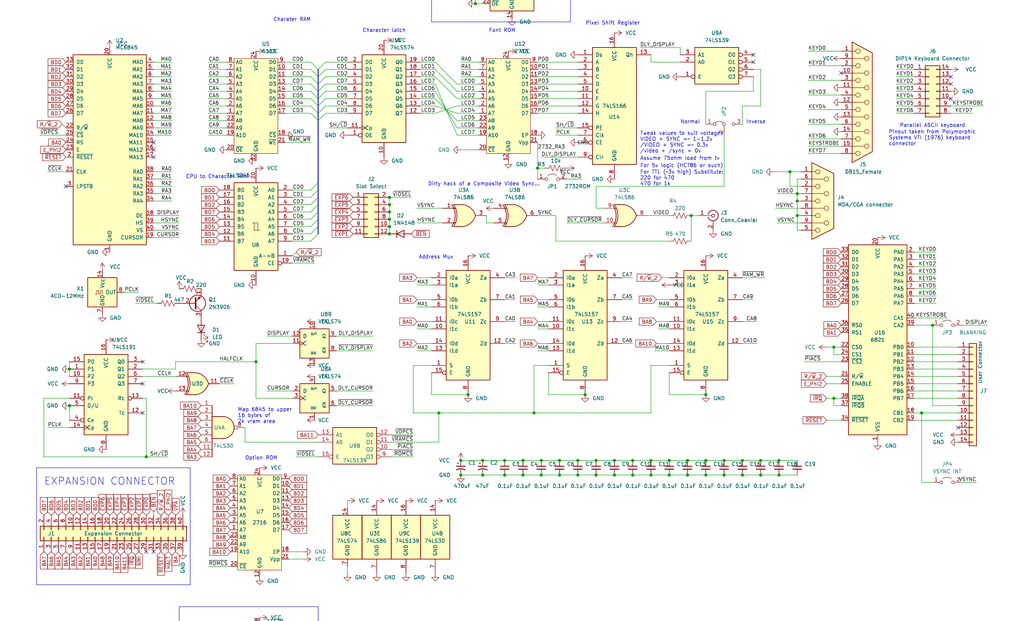
<source format=kicad_sch>
(kicad_sch (version 20230221) (generator eeschema)
  (paper "USLegal")
  (junction (at 289.56 120.65))
  (junction (at 135.255 81.28))
  (junction (at 232.41 160.02))
  (junction (at 232.41 165.1))
  (junction (at 50.8 158.75))
  (junction (at 152.4 143.51))
  (junction (at 240.03 74.93))
  (junction (at 213.36 165.1))
  (junction (at 186.69 58.42))
  (junction (at 135.255 78.74))
  (junction (at 251.46 160.02))
  (junction (at 207.01 160.02))
  (junction (at 135.255 71.12))
  (junction (at 219.71 165.1))
  (junction (at 245.11 137.16))
  (junction (at 185.42 143.51))
  (junction (at 135.255 76.2))
  (junction (at 200.66 165.1))
  (junction (at 289.56 138.43))
  (junction (at 160.02 160.02))
  (junction (at 251.46 165.1))
  (junction (at 238.76 165.1))
  (junction (at 238.76 160.02))
  (junction (at 194.31 165.1))
  (junction (at 323.85 113.03))
  (junction (at 135.255 68.58))
  (junction (at 245.11 165.1))
  (junction (at 257.81 160.02))
  (junction (at 226.06 165.1))
  (junction (at 167.64 160.02))
  (junction (at 320.04 143.51))
  (junction (at 276.86 74.93))
  (junction (at 257.81 165.1))
  (junction (at 88.9 125.73))
  (junction (at 187.96 165.1))
  (junction (at 276.86 67.31))
  (junction (at 24.13 128.27))
  (junction (at 264.16 160.02))
  (junction (at 270.51 160.02))
  (junction (at 181.61 160.02))
  (junction (at 181.61 165.1))
  (junction (at 270.51 165.1))
  (junction (at 274.32 59.69))
  (junction (at 245.11 160.02))
  (junction (at 276.86 69.85))
  (junction (at 167.64 165.1))
  (junction (at 200.66 160.02))
  (junction (at 160.02 165.1))
  (junction (at 207.01 165.1))
  (junction (at 175.26 160.02))
  (junction (at 165.1 1.27))
  (junction (at 175.26 165.1))
  (junction (at 194.31 160.02))
  (junction (at 162.56 137.16))
  (junction (at 187.96 160.02))
  (junction (at 203.2 137.16))
  (junction (at 135.255 73.66))
  (junction (at 219.71 160.02))
  (junction (at 264.16 165.1))
  (junction (at 24.13 140.97))
  (junction (at 213.36 160.02))
  (junction (at 226.06 160.02))
  (no_connect (at 49.53 143.51))
  (no_connect (at 22.86 64.77))
  (no_connect (at 261.62 21.59))
  (no_connect (at 261.62 19.05))
  (no_connect (at 332.74 148.59))
  (no_connect (at 292.1 25.4))
  (no_connect (at 49.53 125.73))
  (no_connect (at 330.2 34.29))
  (no_connect (at 330.2 26.67))
  (no_connect (at 330.2 29.21))
  (no_connect (at 49.53 133.35))
  (no_connect (at 53.34 191.77))
  (no_connect (at 50.8 191.77))
  (no_connect (at 53.34 49.53))
  (no_connect (at 53.34 52.07))
  (no_connect (at 53.34 54.61))
  (bus_entry (at 113.03 26.67) (size -2.54 2.54))
  (bus_entry (at 107.95 39.37) (size 2.54 2.54))
  (bus_entry (at 113.03 36.83) (size -2.54 2.54))
  (bus_entry (at 113.03 29.21) (size -2.54 2.54))
  (bus_entry (at 107.95 68.58) (size 2.54 -2.54))
  (bus_entry (at 107.95 36.83) (size 2.54 2.54))
  (bus_entry (at 107.95 24.13) (size 2.54 2.54))
  (bus_entry (at 107.95 78.74) (size 2.54 -2.54))
  (bus_entry (at 113.03 21.59) (size -2.54 2.54))
  (bus_entry (at 107.95 66.04) (size 2.54 -2.54))
  (bus_entry (at 107.95 83.82) (size 2.54 -2.54))
  (bus_entry (at 107.95 26.67) (size 2.54 2.54))
  (bus_entry (at 107.95 73.66) (size 2.54 -2.54))
  (bus_entry (at 107.95 21.59) (size 2.54 2.54))
  (bus_entry (at 113.03 39.37) (size -2.54 2.54))
  (bus_entry (at 107.95 34.29) (size 2.54 2.54))
  (bus_entry (at 107.95 29.21) (size 2.54 2.54))
  (bus_entry (at 107.95 76.2) (size 2.54 -2.54))
  (bus_entry (at 107.95 31.75) (size 2.54 2.54))
  (bus_entry (at 107.95 81.28) (size 2.54 -2.54))
  (bus_entry (at 113.03 31.75) (size -2.54 2.54))
  (bus_entry (at 113.03 34.29) (size -2.54 2.54))
  (bus_entry (at 113.03 24.13) (size -2.54 2.54))
  (bus_entry (at 107.95 71.12) (size 2.54 -2.54))
  (wire (pts (xy 113.03 39.37) (xy 120.65 39.37)))
  (wire (pts (xy 99.06 24.13) (xy 107.95 24.13)))
  (wire (pts (xy 186.69 29.21) (xy 200.66 29.21)))
  (wire (pts (xy 151.13 21.59) (xy 158.75 29.21)))
  (wire (pts (xy 151.13 26.67) (xy 158.75 34.29)))
  (wire (pts (xy 99.06 49.53) (xy 107.95 49.53)))
  (wire (pts (xy 311.15 36.83) (xy 317.5 36.83)))
  (wire (pts (xy 77.47 252.73) (xy 80.01 252.73)))
  (wire (pts (xy 330.2 39.37) (xy 337.82 39.37)))
  (wire (pts (xy 257.81 119.38) (xy 262.89 119.38)))
  (wire (pts (xy 186.69 111.76) (xy 190.5 111.76)))
  (wire (pts (xy 53.34 177.8) (xy 53.34 179.07)))
  (wire (pts (xy 339.09 167.64) (xy 334.01 167.64)))
  (wire (pts (xy 92.71 116.84) (xy 101.6 116.84)))
  (wire (pts (xy 274.32 64.77) (xy 274.32 59.69)))
  (wire (pts (xy 280.67 17.78) (xy 292.1 17.78)))
  (polyline (pts (xy 62.23 210.82) (xy 110.49 210.82)))
  (wire (pts (xy 200.66 165.1) (xy 207.01 165.1)))
  (wire (pts (xy 317.5 128.27) (xy 332.74 128.27)))
  (wire (pts (xy 186.69 99.06) (xy 190.5 99.06)))
  (wire (pts (xy 186.69 34.29) (xy 200.66 34.29)))
  (wire (pts (xy 160.02 -24.13) (xy 167.64 -24.13)))
  (wire (pts (xy 161.29 -44.45) (xy 167.64 -44.45)))
  (wire (pts (xy 53.34 46.99) (xy 59.69 46.99)))
  (wire (pts (xy 287.02 133.35) (xy 292.1 133.35)))
  (wire (pts (xy 186.69 104.14) (xy 190.5 104.14)))
  (wire (pts (xy 257.81 111.76) (xy 262.89 111.76)))
  (wire (pts (xy 99.06 29.21) (xy 107.95 29.21)))
  (wire (pts (xy 317.5 95.25) (xy 325.12 95.25)))
  (wire (pts (xy 24.13 140.97) (xy 24.13 146.05)))
  (wire (pts (xy 72.39 31.75) (xy 78.74 31.75)))
  (wire (pts (xy 152.4 -16.51) (xy 167.64 -16.51)))
  (wire (pts (xy 80.01 260.35) (xy 77.47 260.35)))
  (wire (pts (xy 320.04 143.51) (xy 332.74 143.51)))
  (wire (pts (xy 194.31 165.1) (xy 200.66 165.1)))
  (wire (pts (xy 99.06 21.59) (xy 107.95 21.59)))
  (wire (pts (xy 257.81 160.02) (xy 264.16 160.02)))
  (wire (pts (xy 49.53 128.27) (xy 60.96 128.27)))
  (wire (pts (xy 160.02 -19.05) (xy 167.64 -19.05)))
  (polyline (pts (xy 198.12 7.62) (xy 149.86 7.62)))
  (wire (pts (xy 60.96 125.73) (xy 88.9 125.73)))
  (wire (pts (xy 72.39 44.45) (xy 78.74 44.45)))
  (wire (pts (xy 99.06 31.75) (xy 107.95 31.75)))
  (wire (pts (xy 317.5 146.05) (xy 332.74 146.05)))
  (wire (pts (xy 289.56 120.65) (xy 289.56 123.19)))
  (wire (pts (xy 186.69 36.83) (xy 200.66 36.83)))
  (wire (pts (xy 276.86 62.23) (xy 276.86 67.31)))
  (wire (pts (xy 264.16 24.13) (xy 264.16 36.83)))
  (wire (pts (xy 144.78 119.38) (xy 149.86 119.38)))
  (wire (pts (xy 186.69 58.42) (xy 186.69 62.23)))
  (wire (pts (xy 120.65 199.39) (xy 120.65 196.85)))
  (wire (pts (xy 274.32 59.69) (xy 278.13 59.69)))
  (wire (pts (xy 269.24 72.39) (xy 278.13 72.39)))
  (wire (pts (xy 99.06 36.83) (xy 107.95 36.83)))
  (wire (pts (xy 101.6 83.82) (xy 107.95 83.82)))
  (wire (pts (xy 160.02 -26.67) (xy 167.64 -26.67)))
  (polyline (pts (xy 62.23 210.82) (xy 62.23 271.78)))
  (wire (pts (xy 165.1 -6.35) (xy 167.64 -6.35)))
  (wire (pts (xy 59.69 64.77) (xy 53.34 64.77)))
  (wire (pts (xy 175.26 104.14) (xy 179.07 104.14)))
  (wire (pts (xy 120.65 173.99) (xy 120.65 176.53)))
  (wire (pts (xy 59.69 62.23) (xy 53.34 62.23)))
  (wire (pts (xy 317.5 125.73) (xy 332.74 125.73)))
  (wire (pts (xy 187.96 -31.75) (xy 194.31 -31.75)))
  (wire (pts (xy 151.13 39.37) (xy 158.75 36.83)))
  (wire (pts (xy 146.05 26.67) (xy 151.13 26.67)))
  (wire (pts (xy 215.9 96.52) (xy 219.71 96.52)))
  (wire (pts (xy 232.41 165.1) (xy 238.76 165.1)))
  (wire (pts (xy 160.02 -34.29) (xy 167.64 -34.29)))
  (bus (pts (xy 110.49 24.13) (xy 110.49 26.67)))
  (wire (pts (xy 186.69 21.59) (xy 200.66 21.59)))
  (wire (pts (xy 77.47 262.89) (xy 80.01 262.89)))
  (wire (pts (xy 226.06 160.02) (xy 232.41 160.02)))
  (wire (pts (xy 207.01 64.77) (xy 207.01 72.39)))
  (wire (pts (xy 270.51 160.02) (xy 276.86 160.02)))
  (wire (pts (xy 113.03 29.21) (xy 120.65 29.21)))
  (wire (pts (xy 226.06 165.1) (xy 232.41 165.1)))
  (wire (pts (xy 72.39 34.29) (xy 78.74 34.29)))
  (wire (pts (xy 251.46 46.99) (xy 251.46 64.77)))
  (wire (pts (xy 77.47 247.65) (xy 80.01 247.65)))
  (wire (pts (xy 280.67 22.86) (xy 292.1 22.86)))
  (polyline (pts (xy 198.12 -53.34) (xy 198.12 7.62)))
  (wire (pts (xy 268.605 59.69) (xy 274.32 59.69)))
  (wire (pts (xy 72.39 29.21) (xy 78.74 29.21)))
  (wire (pts (xy 146.05 31.75) (xy 151.13 31.75)))
  (bus (pts (xy 110.49 63.5) (xy 110.49 66.04)))
  (wire (pts (xy 334.01 113.03) (xy 342.9 113.03)))
  (wire (pts (xy 15.24 158.75) (xy 50.8 158.75)))
  (wire (pts (xy 165.1 1.27) (xy 167.64 1.27)))
  (wire (pts (xy 187.96 -29.21) (xy 194.31 -29.21)))
  (wire (pts (xy 158.75 44.45) (xy 166.37 44.45)))
  (wire (pts (xy 113.03 36.83) (xy 120.65 36.83)))
  (wire (pts (xy 215.9 104.14) (xy 219.71 104.14)))
  (wire (pts (xy 280.67 50.8) (xy 292.1 50.8)))
  (wire (pts (xy 245.11 31.75) (xy 245.11 43.18)))
  (wire (pts (xy 161.29 -41.91) (xy 167.64 -41.91)))
  (wire (pts (xy 280.67 48.26) (xy 292.1 48.26)))
  (wire (pts (xy 187.96 -34.29) (xy 194.31 -34.29)))
  (wire (pts (xy 102.87 87.63) (xy 101.6 88.9)))
  (wire (pts (xy 317.5 105.41) (xy 325.12 105.41)))
  (wire (pts (xy 245.11 165.1) (xy 251.46 165.1)))
  (wire (pts (xy 167.64 -3.81) (xy 165.1 -3.81)))
  (wire (pts (xy 213.36 160.02) (xy 219.71 160.02)))
  (wire (pts (xy 85.09 153.67) (xy 85.09 148.59)))
  (wire (pts (xy 181.61 160.02) (xy 187.96 160.02)))
  (wire (pts (xy 161.29 -39.37) (xy 167.64 -39.37)))
  (wire (pts (xy 59.69 21.59) (xy 53.34 21.59)))
  (wire (pts (xy 186.69 26.67) (xy 200.66 26.67)))
  (wire (pts (xy 196.85 62.23) (xy 201.93 62.23)))
  (wire (pts (xy 287.02 138.43) (xy 289.56 138.43)))
  (wire (pts (xy 59.69 39.37) (xy 53.34 39.37)))
  (wire (pts (xy 165.1 -11.43) (xy 167.64 -11.43)))
  (wire (pts (xy 289.56 138.43) (xy 289.56 140.97)))
  (wire (pts (xy 311.15 34.29) (xy 317.5 34.29)))
  (bus (pts (xy 110.49 31.75) (xy 110.49 34.29)))
  (wire (pts (xy 99.06 34.29) (xy 107.95 34.29)))
  (wire (pts (xy 181.61 165.1) (xy 187.96 165.1)))
  (wire (pts (xy 317.5 90.17) (xy 325.12 90.17)))
  (wire (pts (xy 269.875 77.47) (xy 278.13 77.47)))
  (wire (pts (xy 59.69 36.83) (xy 53.34 36.83)))
  (wire (pts (xy 264.16 36.83) (xy 257.81 36.83)))
  (wire (pts (xy 317.5 133.35) (xy 332.74 133.35)))
  (wire (pts (xy 251.46 165.1) (xy 257.81 165.1)))
  (wire (pts (xy 24.13 125.73) (xy 24.13 128.27)))
  (wire (pts (xy 227.965 111.76) (xy 232.41 111.76)))
  (wire (pts (xy 158.75 39.37) (xy 166.37 39.37)))
  (wire (pts (xy 317.5 113.03) (xy 323.85 113.03)))
  (wire (pts (xy 317.5 120.65) (xy 332.74 120.65)))
  (wire (pts (xy 160.02 -31.75) (xy 167.64 -31.75)))
  (wire (pts (xy 146.05 29.21) (xy 151.13 29.21)))
  (bus (pts (xy 110.49 26.67) (xy 110.49 29.21)))
  (wire (pts (xy 165.1 -1.27) (xy 165.1 1.27)))
  (bus (pts (xy 110.49 39.37) (xy 110.49 41.91)))
  (wire (pts (xy 149.86 137.16) (xy 162.56 137.16)))
  (bus (pts (xy 110.49 41.91) (xy 110.49 63.5)))
  (wire (pts (xy 16.51 148.59) (xy 24.13 148.59)))
  (wire (pts (xy 146.05 34.29) (xy 151.13 34.29)))
  (wire (pts (xy 101.6 66.04) (xy 107.95 66.04)))
  (wire (pts (xy 261.62 24.13) (xy 264.16 24.13)))
  (wire (pts (xy 151.13 34.29) (xy 158.75 41.91)))
  (polyline (pts (xy 66.04 203.2) (xy 12.7 203.2)))
  (wire (pts (xy 76.2 133.35) (xy 81.28 133.35)))
  (wire (pts (xy 238.76 165.1) (xy 245.11 165.1)))
  (wire (pts (xy 116.84 116.84) (xy 129.54 116.84)))
  (wire (pts (xy 287.02 146.05) (xy 292.1 146.05)))
  (wire (pts (xy 53.34 74.93) (xy 62.23 74.93)))
  (wire (pts (xy 187.96 -41.91) (xy 194.31 -41.91)))
  (wire (pts (xy 158.75 41.91) (xy 166.37 41.91)))
  (wire (pts (xy 158.75 31.75) (xy 166.37 31.75)))
  (wire (pts (xy 317.5 97.79) (xy 325.12 97.79)))
  (wire (pts (xy 190.5 129.54) (xy 190.5 137.16)))
  (wire (pts (xy 21.59 43.18) (xy 22.86 44.45)))
  (wire (pts (xy 160.02 165.1) (xy 167.64 165.1)))
  (wire (pts (xy 143.51 127) (xy 149.86 127)))
  (polyline (pts (xy 149.86 -53.34) (xy 149.86 7.62)))
  (wire (pts (xy 59.69 34.29) (xy 53.34 34.29)))
  (wire (pts (xy 135.255 78.74) (xy 135.255 81.28)))
  (wire (pts (xy 160.02 160.02) (xy 167.64 160.02)))
  (wire (pts (xy 113.03 31.75) (xy 120.65 31.75)))
  (wire (pts (xy 187.96 -44.45) (xy 194.31 -44.45)))
  (wire (pts (xy 168.91 77.47) (xy 171.45 77.47)))
  (wire (pts (xy 146.05 24.13) (xy 151.13 24.13)))
  (wire (pts (xy 72.39 21.59) (xy 78.74 21.59)))
  (wire (pts (xy 187.96 -39.37) (xy 194.31 -39.37)))
  (wire (pts (xy 99.06 26.67) (xy 107.95 26.67)))
  (wire (pts (xy 101.6 78.74) (xy 107.95 78.74)))
  (wire (pts (xy 153.67 72.39) (xy 144.78 72.39)))
  (wire (pts (xy 109.22 91.44) (xy 101.6 91.44)))
  (wire (pts (xy 100.33 191.77) (xy 105.41 191.77)))
  (wire (pts (xy 113.03 34.29) (xy 120.65 34.29)))
  (wire (pts (xy 276.86 67.31) (xy 276.86 69.85)))
  (polyline (pts (xy 12.7 162.56) (xy 66.04 162.56)))
  (wire (pts (xy 276.86 74.93) (xy 276.86 80.01)))
  (wire (pts (xy 228.6 114.3) (xy 232.41 114.3)))
  (wire (pts (xy 88.9 138.43) (xy 101.6 138.43)))
  (wire (pts (xy 193.04 44.45) (xy 200.66 44.45)))
  (wire (pts (xy 227.965 104.14) (xy 232.41 104.14)))
  (wire (pts (xy 257.81 36.83) (xy 257.81 43.18)))
  (wire (pts (xy 311.15 26.67) (xy 317.5 26.67)))
  (wire (pts (xy 311.15 31.75) (xy 317.5 31.75)))
  (wire (pts (xy 257.81 165.1) (xy 264.16 165.1)))
  (bus (pts (xy 110.49 76.2) (xy 110.49 78.74)))
  (wire (pts (xy 257.81 96.52) (xy 265.43 96.52)))
  (wire (pts (xy 280.67 27.94) (xy 292.1 27.94)))
  (wire (pts (xy 67.31 265.43) (xy 80.01 265.43)))
  (wire (pts (xy 320.04 143.51) (xy 320.04 167.64)))
  (wire (pts (xy 186.69 74.93) (xy 193.04 74.93)))
  (wire (pts (xy 240.03 74.93) (xy 240.03 83.82)))
  (wire (pts (xy 135.89 151.13) (xy 143.51 151.13)))
  (wire (pts (xy 88.9 138.43) (xy 88.9 125.73)))
  (wire (pts (xy 311.15 39.37) (xy 317.5 39.37)))
  (wire (pts (xy 72.39 26.67) (xy 78.74 26.67)))
  (wire (pts (xy 46.99 105.41) (xy 54.61 105.41)))
  (wire (pts (xy 15.24 138.43) (xy 15.24 158.75)))
  (wire (pts (xy 317.5 123.19) (xy 332.74 123.19)))
  (wire (pts (xy 24.13 128.27) (xy 24.13 130.81)))
  (wire (pts (xy 72.39 41.91) (xy 78.74 41.91)))
  (wire (pts (xy 85.09 153.67) (xy 110.49 153.67)))
  (wire (pts (xy 317.5 100.33) (xy 325.12 100.33)))
  (wire (pts (xy 116.84 135.89) (xy 129.54 135.89)))
  (wire (pts (xy 146.05 39.37) (xy 151.13 39.37)))
  (wire (pts (xy 114.3 44.45) (xy 120.65 44.45)))
  (wire (pts (xy 99.06 39.37) (xy 107.95 39.37)))
  (wire (pts (xy 232.41 137.16) (xy 245.11 137.16)))
  (wire (pts (xy 167.64 -1.27) (xy 165.1 -1.27)))
  (wire (pts (xy 151.13 24.13) (xy 158.75 31.75)))
  (wire (pts (xy 72.39 36.83) (xy 78.74 36.83)))
  (bus (pts (xy 110.49 78.74) (xy 110.49 81.28)))
  (wire (pts (xy 101.6 81.28) (xy 107.95 81.28)))
  (wire (pts (xy 59.69 31.75) (xy 53.34 31.75)))
  (wire (pts (xy 101.6 71.12) (xy 107.95 71.12)))
  (wire (pts (xy 186.69 49.53) (xy 186.69 58.42)))
  (wire (pts (xy 158.75 46.99) (xy 166.37 46.99)))
  (wire (pts (xy 186.69 24.13) (xy 200.66 24.13)))
  (wire (pts (xy 43.18 101.6) (xy 48.26 101.6)))
  (wire (pts (xy 153.67 77.47) (xy 144.78 77.47)))
  (wire (pts (xy 144.78 111.76) (xy 149.86 111.76)))
  (wire (pts (xy 72.39 24.13) (xy 78.74 24.13)))
  (wire (pts (xy 24.13 138.43) (xy 15.24 138.43)))
  (wire (pts (xy 53.34 80.01) (xy 62.23 80.01)))
  (wire (pts (xy 101.6 73.66) (xy 107.95 73.66)))
  (wire (pts (xy 274.32 64.77) (xy 278.13 64.77)))
  (wire (pts (xy 53.34 67.31) (xy 59.69 67.31)))
  (wire (pts (xy 113.03 26.67) (xy 120.65 26.67)))
  (wire (pts (xy 317.5 135.89) (xy 332.74 135.89)))
  (wire (pts (xy 207.01 165.1) (xy 213.36 165.1)))
  (wire (pts (xy 261.62 26.67) (xy 261.62 31.75)))
  (wire (pts (xy 158.75 29.21) (xy 166.37 29.21)))
  (wire (pts (xy 317.5 138.43) (xy 332.74 138.43)))
  (wire (pts (xy 187.96 -26.67) (xy 194.31 -26.67)))
  (wire (pts (xy 240.03 74.93) (xy 242.57 74.93)))
  (wire (pts (xy 88.9 119.38) (xy 88.9 125.73)))
  (wire (pts (xy 77.47 257.81) (xy 80.01 257.81)))
  (wire (pts (xy 279.4 125.73) (xy 292.1 125.73)))
  (wire (pts (xy 264.16 165.1) (xy 270.51 165.1)))
  (wire (pts (xy 72.39 46.99) (xy 78.74 46.99)))
  (wire (pts (xy 287.02 120.65) (xy 289.56 120.65)))
  (wire (pts (xy 190.5 127) (xy 185.42 127)))
  (wire (pts (xy 59.69 44.45) (xy 53.34 44.45)))
  (wire (pts (xy 16.51 59.69) (xy 22.86 59.69)))
  (wire (pts (xy 60.96 128.27) (xy 60.96 125.73)))
  (wire (pts (xy 53.34 77.47) (xy 62.23 77.47)))
  (bus (pts (xy 110.49 68.58) (xy 110.49 71.12)))
  (wire (pts (xy 193.04 46.99) (xy 200.66 46.99)))
  (wire (pts (xy 135.255 71.12) (xy 135.255 73.66)))
  (wire (pts (xy 190.5 137.16) (xy 203.2 137.16)))
  (wire (pts (xy 158.75 36.83) (xy 166.37 36.83)))
  (wire (pts (xy 193.04 83.82) (xy 232.41 83.82)))
  (wire (pts (xy 232.41 127) (xy 226.06 127)))
  (wire (pts (xy 317.5 92.71) (xy 325.12 92.71)))
  (wire (pts (xy 116.84 140.97) (xy 129.54 140.97)))
  (wire (pts (xy 232.41 160.02) (xy 238.76 160.02)))
  (wire (pts (xy 135.255 76.2) (xy 135.255 78.74)))
  (wire (pts (xy 144.78 106.68) (xy 149.86 106.68)))
  (wire (pts (xy 213.36 165.1) (xy 219.71 165.1)))
  (wire (pts (xy 50.8 158.75) (xy 58.42 158.75)))
  (wire (pts (xy 209.55 77.47) (xy 196.85 77.47)))
  (wire (pts (xy 194.31 160.02) (xy 200.66 160.02)))
  (wire (pts (xy 193.04 74.93) (xy 193.04 83.82)))
  (wire (pts (xy 186.69 96.52) (xy 190.5 96.52)))
  (wire (pts (xy 311.15 24.13) (xy 317.5 24.13)))
  (wire (pts (xy 175.26 165.1) (xy 181.61 165.1)))
  (bus (pts (xy 110.49 36.83) (xy 110.49 39.37)))
  (wire (pts (xy 311.15 29.21) (xy 317.5 29.21)))
  (wire (pts (xy 280.67 53.34) (xy 292.1 53.34)))
  (wire (pts (xy 146.05 36.83) (xy 151.13 36.83)))
  (wire (pts (xy 276.86 165.1) (xy 270.51 165.1)))
  (wire (pts (xy 175.26 111.76) (xy 179.07 111.76)))
  (wire (pts (xy 227.33 121.92) (xy 232.41 121.92)))
  (wire (pts (xy 160.02 52.07) (xy 166.37 52.07)))
  (bus (pts (xy 110.49 34.29) (xy 110.49 36.83)))
  (wire (pts (xy 251.46 160.02) (xy 257.81 160.02)))
  (wire (pts (xy 317.5 110.49) (xy 328.93 110.49)))
  (wire (pts (xy 53.34 82.55) (xy 62.23 82.55)))
  (wire (pts (xy 186.69 31.75) (xy 200.66 31.75)))
  (wire (pts (xy 102.87 158.75) (xy 110.49 158.75)))
  (polyline (pts (xy 149.86 -53.34) (xy 198.12 -53.34)))
  (wire (pts (xy 280.67 43.18) (xy 292.1 43.18)))
  (wire (pts (xy 151.13 36.83) (xy 158.75 39.37)))
  (wire (pts (xy 100.33 194.31) (xy 105.41 194.31)))
  (wire (pts (xy 227.965 119.38) (xy 232.41 119.38)))
  (wire (pts (xy 187.96 160.02) (xy 194.31 160.02)))
  (wire (pts (xy 175.26 119.38) (xy 179.07 119.38)))
  (wire (pts (xy 330.2 36.83) (xy 341.63 36.83)))
  (wire (pts (xy 280.67 33.02) (xy 292.1 33.02)))
  (wire (pts (xy 101.6 68.58) (xy 107.95 68.58)))
  (wire (pts (xy 264.16 160.02) (xy 270.51 160.02)))
  (wire (pts (xy 146.05 21.59) (xy 151.13 21.59)))
  (wire (pts (xy 135.89 156.21) (xy 143.51 156.21)))
  (wire (pts (xy 236.22 16.51) (xy 236.22 19.05)))
  (wire (pts (xy 144.78 99.06) (xy 149.86 99.06)))
  (wire (pts (xy 186.69 106.68) (xy 190.5 106.68)))
  (wire (pts (xy 276.86 62.23) (xy 278.13 62.23)))
  (wire (pts (xy 226.06 21.59) (xy 236.22 21.59)))
  (wire (pts (xy 215.9 111.76) (xy 219.71 111.76)))
  (wire (pts (xy 186.69 114.3) (xy 190.5 114.3)))
  (wire (pts (xy 228.6 106.68) (xy 232.41 106.68)))
  (wire (pts (xy 187.96 165.1) (xy 194.31 165.1)))
  (wire (pts (xy 276.86 80.01) (xy 278.13 80.01)))
  (wire (pts (xy 113.03 21.59) (xy 120.65 21.59)))
  (wire (pts (xy 276.86 74.93) (xy 278.13 74.93)))
  (wire (pts (xy 323.85 113.03) (xy 323.85 140.97)))
  (wire (pts (xy 77.47 250.19) (xy 80.01 250.19)))
  (wire (pts (xy 160.02 26.67) (xy 166.37 26.67)))
  (wire (pts (xy 50.8 158.75) (xy 50.8 138.43)))
  (wire (pts (xy 317.5 87.63) (xy 325.12 87.63)))
  (wire (pts (xy 287.02 130.81) (xy 292.1 130.81)))
  (wire (pts (xy 144.78 114.3) (xy 149.86 114.3)))
  (wire (pts (xy 320.04 167.64) (xy 323.85 167.64)))
  (wire (pts (xy 261.62 31.75) (xy 245.11 31.75)))
  (wire (pts (xy 160.02 21.59) (xy 166.37 21.59)))
  (wire (pts (xy 200.66 160.02) (xy 207.01 160.02)))
  (wire (pts (xy 144.78 121.92) (xy 149.86 121.92)))
  (wire (pts (xy 276.86 67.31) (xy 278.13 67.31)))
  (wire (pts (xy 317.5 102.87) (xy 325.12 102.87)))
  (wire (pts (xy 72.39 39.37) (xy 78.74 39.37)))
  (polyline (pts (xy 66.04 162.56) (xy 66.04 203.2)))
  (wire (pts (xy 101.6 76.2) (xy 107.95 76.2)))
  (wire (pts (xy 152.4 143.51) (xy 152.4 153.67)))
  (wire (pts (xy 143.51 143.51) (xy 143.51 127)))
  (bus (pts (xy 110.49 73.66) (xy 110.49 76.2)))
  (wire (pts (xy 149.86 129.54) (xy 149.86 137.16)))
  (wire (pts (xy 143.51 143.51) (xy 152.4 143.51)))
  (bus (pts (xy 110.49 71.12) (xy 110.49 73.66)))
  (wire (pts (xy 144.78 104.14) (xy 149.86 104.14)))
  (wire (pts (xy 289.56 123.19) (xy 292.1 123.19)))
  (wire (pts (xy 101.6 119.38) (xy 88.9 119.38)))
  (wire (pts (xy 53.34 69.85) (xy 59.69 69.85)))
  (wire (pts (xy 160.02 -36.83) (xy 167.64 -36.83)))
  (wire (pts (xy 229.87 96.52) (xy 232.41 96.52)))
  (wire (pts (xy 207.01 160.02) (xy 213.36 160.02)))
  (wire (pts (xy 226.06 127) (xy 226.06 143.51)))
  (bus (pts (xy 110.49 66.04) (xy 110.49 68.58)))
  (wire (pts (xy 257.81 104.14) (xy 261.62 104.14)))
  (polyline (pts (xy 12.7 162.56) (xy 12.7 203.2)))
  (wire (pts (xy 276.86 69.85) (xy 276.86 74.93)))
  (wire (pts (xy 59.69 59.69) (xy 53.34 59.69)))
  (wire (pts (xy 50.8 138.43) (xy 49.53 138.43)))
  (wire (pts (xy 113.03 24.13) (xy 120.65 24.13)))
  (wire (pts (xy 59.69 24.13) (xy 53.34 24.13)))
  (wire (pts (xy 226.06 19.05) (xy 226.06 21.59)))
  (wire (pts (xy 160.02 -21.59) (xy 167.64 -21.59)))
  (wire (pts (xy 222.25 16.51) (xy 236.22 16.51)))
  (wire (pts (xy 186.69 119.38) (xy 190.5 119.38)))
  (wire (pts (xy 144.78 96.52) (xy 149.86 96.52)))
  (wire (pts (xy 232.41 129.54) (xy 232.41 137.16)))
  (wire (pts (xy 135.255 68.58) (xy 135.255 71.12)))
  (wire (pts (xy 167.64 160.02) (xy 175.26 160.02)))
  (wire (pts (xy 245.11 160.02) (xy 251.46 160.02)))
  (wire (pts (xy 160.02 -13.97) (xy 167.64 -13.97)))
  (wire (pts (xy 135.89 158.75) (xy 143.51 158.75)))
  (wire (pts (xy 219.71 160.02) (xy 226.06 160.02)))
  (wire (pts (xy 151.13 29.21) (xy 158.75 46.99)))
  (wire (pts (xy 59.69 29.21) (xy 53.34 29.21)))
  (wire (pts (xy 158.75 34.29) (xy 166.37 34.29)))
  (wire (pts (xy 224.79 74.93) (xy 232.41 74.93)))
  (wire (pts (xy 167.64 165.1) (xy 175.26 165.1)))
  (wire (pts (xy 215.9 119.38) (xy 219.71 119.38)))
  (wire (pts (xy 185.42 127) (xy 185.42 143.51)))
  (wire (pts (xy 280.67 38.1) (xy 292.1 38.1)))
  (wire (pts (xy 186.69 121.92) (xy 190.5 121.92)))
  (wire (pts (xy 207.01 72.39) (xy 209.55 72.39)))
  (wire (pts (xy 226.06 143.51) (xy 185.42 143.51)))
  (wire (pts (xy 49.53 130.81) (xy 60.96 130.81)))
  (wire (pts (xy 13.97 46.99) (xy 22.86 46.99)))
  (wire (pts (xy 116.84 121.92) (xy 129.54 121.92)))
  (wire (pts (xy 238.76 160.02) (xy 245.11 160.02)))
  (wire (pts (xy 289.56 120.65) (xy 292.1 120.65)))
  (wire (pts (xy 135.255 73.66) (xy 135.255 76.2)))
  (wire (pts (xy 269.875 67.31) (xy 276.86 67.31)))
  (wire (pts (xy 59.69 26.67) (xy 53.34 26.67)))
  (wire (pts (xy 135.255 68.58) (xy 142.875 68.58)))
  (wire (pts (xy 317.5 130.81) (xy 332.74 130.81)))
  (wire (pts (xy 175.26 96.52) (xy 179.07 96.52)))
  (wire (pts (xy 289.56 140.97) (xy 292.1 140.97)))
  (wire (pts (xy 219.71 165.1) (xy 226.06 165.1)))
  (wire (pts (xy 175.26 160.02) (xy 181.61 160.02)))
  (wire (pts (xy 135.89 153.67) (xy 152.4 153.67)))
  (polyline (pts (xy 110.49 271.78) (xy 62.23 271.78)))
  (wire (pts (xy 323.85 140.97) (xy 332.74 140.97)))
  (wire (pts (xy 187.96 54.61) (xy 200.66 54.61)))
  (wire (pts (xy 187.96 -36.83) (xy 194.31 -36.83)))
  (wire (pts (xy 92.71 135.89) (xy 101.6 135.89)))
  (wire (pts (xy 160.02 -29.21) (xy 167.64 -29.21)))
  (wire (pts (xy 317.5 143.51) (xy 320.04 143.51)))
  (wire (pts (xy 158.75 44.45) (xy 151.13 31.75)))
  (wire (pts (xy 251.46 64.77) (xy 207.01 64.77)))
  (wire (pts (xy 72.39 196.85) (xy 80.01 196.85)))
  (wire (pts (xy 160.02 24.13) (xy 166.37 24.13)))
  (wire (pts (xy 59.69 41.91) (xy 53.34 41.91)))
  (wire (pts (xy 152.4 143.51) (xy 185.42 143.51)))
  (wire (pts (xy 186.69 39.37) (xy 200.66 39.37)))
  (wire (pts (xy 186.69 58.42) (xy 189.23 58.42)))
  (wire (pts (xy 168.91 74.93) (xy 168.91 77.47)))
  (polyline (pts (xy 110.49 210.82) (xy 110.49 271.78)))
  (wire (pts (xy 289.56 138.43) (xy 292.1 138.43)))
  (wire (pts (xy 276.86 69.85) (xy 278.13 69.85)))
  (bus (pts (xy 110.49 29.21) (xy 110.49 31.75)))
  (text "Normal" (at 236.22 43.18 0) (effects (font (size 1.27 1.27)) (justify left bottom)))
  (text "Double ROM footprint to allow for \n2716, 2732, 2764, 27128, 27256, \n27512 ROMs to fit" (at 187.96 -11.43 0) (effects (font (size 1.27 1.27)) (justify left bottom)))
  (text "Address Mux" (at 157.48 90.17 0) (effects (font (size 1.27 1.27)) (justify right bottom)))
  (text "Double ROM footprint to allow for \n2716, 2732, 2764, 27128, 27256, \n27512 ROMs to fit" (at 100.33 252.73 0) (effects (font (size 1.27 1.27)) (justify left bottom)))
  (text "Pixel Shift Register" (at 222.25 8.89 0) (effects (font (size 1.27 1.27)) (justify right bottom)))
  (text "For TTL (~3v high) Substitute:\n220 for 470\n470 for 1k\n" (at 222.25 64.77 0) (effects (font (size 1.27 1.27)) (justify left bottom)))
  (text "EXPANSION CONNECTOR" (at 15.24 168.91 0) (effects (font (size 2.54 2.54)) (justify left bottom)))
  (text "Map 6845 to upper \n16 bytes of \n2k vram area" (at 82.55 147.32 0) (effects (font (size 1.27 1.27)) (justify left bottom)))
  (text "For 5v logic (HCT86 or such)" (at 222.25 58.42 0) (effects (font (size 1.27 1.27)) (justify left bottom)))
  (text "Dirty hack of a Composite Video Sync..." (at 148.59 64.77 0) (effects (font (size 1.27 1.27)) (justify left bottom)))
  (text "Option ROM" (at 85.09 160.02 0) (effects (font (size 1.27 1.27)) (justify left bottom)))
  (text "Tweak values to suit voltages\nVIDEO + SYNC =~ 1-1.2v\n/VIDEO + SYNC =~ 0.3v\n/video + /sync = 0v" (at 222.25 53.34 0) (effects (font (size 1.27 1.27)) (justify left bottom)))
  (text "CPU to Character RAM" (at 86.36 62.23 0) (effects (font (size 1.27 1.27)) (justify right bottom)))
  (text "Charater RAM" (at 107.95 7.62 0) (effects (font (size 1.27 1.27)) (justify right bottom)))
  (text "Pinout taken from Polymorphic \nSystems VTI (1976) keyboard \nconnector" (at 308.61 50.8 0) (effects (font (size 1.27 1.27)) (justify left bottom)))
  (text "Character latch" (at 140.97 11.43 0) (effects (font (size 1.27 1.27)) (justify right bottom)))
  (text "Inverse" (at 259.08 43.18 0) (effects (font (size 1.27 1.27)) (justify left bottom)))
  (text "Parallel ASCII keyboard" (at 312.42 44.45 0) (effects (font (size 1.27 1.27)) (justify left bottom)))
  (text "Font ROM" (at 179.07 11.43 0) (effects (font (size 1.27 1.27)) (justify right bottom)))
  (text "Assume 75ohm load from tv" (at 222.25 55.88 0) (effects (font (size 1.27 1.27)) (justify left bottom)))
  (label "~{VRAMCS}" (at 143.51 153.67 180))
  (label "DISPLAY" (at 342.9 113.03 180))
  (label "DLY_DISPLAY" (at 129.54 116.84 180))
  (label "MA2" (at 59.69 26.67 180))
  (label "CA5" (at 72.39 34.29 0))
  (label "MA1" (at 59.69 24.13 180))
  (label "CD5" (at 116.84 34.29 0))
  (label "MA0" (at 59.69 21.59 180))
  (label "CURSOR" (at 62.23 82.55 180))
  (label "KEYD7" (at 280.67 53.34 0))
  (label "CD7" (at 101.6 73.66 0))
  (label "LCD2" (at 161.29 -31.75 0))
  (label "KEYD7" (at 325.12 105.41 180))
  (label "~{RAM_WR}" (at 265.43 96.52 180))
  (label "~{CCLK}" (at 81.28 133.35 180))
  (label "MA6" (at 186.69 121.92 0))
  (label "CCLK" (at 59.69 130.81 180))
  (label "PCLK" (at 48.26 101.6 180))
  (label "CA8" (at 262.89 111.76 180))
  (label "LCD5" (at 160.02 41.91 0))
  (label "LCD0" (at 160.02 29.21 0))
  (label "RA4" (at 59.69 69.85 180))
  (label "CA10" (at 262.89 119.38 180))
  (label "HSYNC" (at 269.24 72.39 0))
  (label "CA10" (at 72.39 46.99 0))
  (label "DLY_DISPLAY" (at 187.96 54.61 0))
  (label "MA10" (at 227.33 121.92 0))
  (label "CD7" (at 116.84 29.21 0))
  (label "2732_RA3" (at 152.4 -16.51 0))
  (label "CD5" (at 105.41 34.29 180))
  (label "LCD6" (at 161.29 -21.59 0))
  (label "CD0" (at 116.84 21.59 0))
  (label "CA1" (at 72.39 24.13 0))
  (label "CURSOR" (at 92.71 135.89 0))
  (label "KEYD6" (at 280.67 48.26 0))
  (label "LCD2" (at 160.02 34.29 0))
  (label "CA6" (at 72.39 36.83 0))
  (label "LCD7" (at 151.13 29.21 180))
  (label "KEYD2" (at 325.12 92.71 180))
  (label "KEYD0" (at 280.67 17.78 0))
  (label "SH{slash}~{LD}" (at 114.3 44.45 0))
  (label "~{PIACS}" (at 279.4 125.73 0))
  (label "HALFCLK" (at 76.2 125.73 0))
  (label "KEYD1" (at 280.67 22.86 0))
  (label "VSYNC" (at 62.23 80.01 180))
  (label "CA2" (at 72.39 26.67 0))
  (label "DISPLAY" (at 92.71 116.84 0))
  (label "PD2" (at 194.31 -39.37 180))
  (label "CA0" (at 72.39 21.59 0))
  (label "CA9" (at 261.62 104.14 180))
  (label "~{CCLK}" (at 16.51 59.69 0))
  (label "CA4" (at 72.39 31.75 0))
  (label "KEYD5" (at 280.67 43.18 0))
  (label "KEYD5" (at 325.12 100.33 180))
  (label "CA7" (at 219.71 96.52 180))
  (label "RA0" (at 59.69 59.69 180))
  (label "MA2" (at 144.78 121.92 0))
  (label "~{ROMCS}" (at 72.39 196.85 0))
  (label "KEYD6" (at 325.12 102.87 180))
  (label "CD3" (at 116.84 39.37 0))
  (label "CD0" (at 101.6 66.04 0))
  (label "KEYD7" (at 337.82 39.37 180))
  (label "KEYD5" (at 311.15 36.83 0))
  (label "LCD0" (at 161.29 -36.83 0))
  (label "KEYSTROBE" (at 328.93 110.49 180))
  (label "CD1" (at 116.84 24.13 0))
  (label "LCD5" (at 161.29 -24.13 0))
  (label "LCD4" (at 151.13 36.83 180))
  (label "KEYD4" (at 280.67 38.1 0))
  (label "SH{slash}~{LD}" (at 193.04 44.45 0))
  (label "MA0" (at 144.78 114.3 0))
  (label "RA4" (at 160.02 -13.97 0))
  (label "~{VIDSEL}" (at 102.87 158.75 0))
  (label "PD1" (at 186.69 24.13 0))
  (label "PD4" (at 194.31 -34.29 180))
  (label "~{DLY_DISPLAY}" (at 129.54 121.92 180))
  (label "CA3" (at 179.07 96.52 180))
  (label "MA3" (at 144.78 99.06 0))
  (label "RA2" (at 160.02 26.67 0))
  (label "LCD7" (at 161.29 -19.05 0))
  (label "KEYD4" (at 325.12 97.79 180))
  (label "~{VRAMCS}" (at 109.22 91.44 180))
  (label "MA6" (at 59.69 36.83 180))
  (label "CD7" (at 105.41 29.21 180))
  (label "RA1" (at 161.29 -41.91 0))
  (label "CD3" (at 105.41 39.37 180))
  (label "PD5" (at 186.69 34.29 0))
  (label "PD3" (at 186.69 29.21 0))
  (label "~{DLY_CURSOR}" (at 129.54 140.97 180))
  (label "LCD5" (at 151.13 34.29 180))
  (label "MA5" (at 186.69 106.68 0))
  (label "CD3" (at 101.6 83.82 0))
  (label "CA5" (at 219.71 104.14 180))
  (label "CD6" (at 101.6 76.2 0))
  (label "CA6" (at 219.71 119.38 180))
  (label "~{VDPCS}" (at 13.97 46.99 0))
  (label "~{DLY_CURSOR}" (at 196.85 77.47 0))
  (label "CD6" (at 105.41 31.75 180))
  (label "CD6" (at 116.84 31.75 0))
  (label "CA9" (at 72.39 44.45 0))
  (label "LCD4" (at 160.02 39.37 0))
  (label "LCD3" (at 161.29 -29.21 0))
  (label "CD2" (at 101.6 71.12 0))
  (label "MA8" (at 228.6 114.3 0))
  (label "CA3" (at 72.39 29.21 0))
  (label "PD5" (at 194.31 -31.75 180))
  (label "KEYD1" (at 325.12 90.17 180))
  (label "~{VIDSEL}" (at 142.875 68.58 180))
  (label "~{ROMCS}" (at 67.31 265.43 0))
  (label "VSYNC" (at 144.78 72.39 0))
  (label "CA8" (at 72.39 41.91 0))
  (label "MA10" (at 59.69 46.99 180))
  (label "KEYD0" (at 325.12 87.63 180))
  (label "VSYNC" (at 269.875 77.47 0))
  (label "VSYNC" (at 339.09 167.64 180))
  (label "CA0" (at 179.07 111.76 180))
  (label "MA7" (at 59.69 39.37 180))
  (label "HSYNC" (at 62.23 77.47 180))
  (label "CA7" (at 72.39 39.37 0))
  (label "PD6" (at 186.69 36.83 0))
  (label "PD7" (at 194.31 -26.67 180))
  (label "HSYNC" (at 144.78 77.47 0))
  (label "PD7" (at 186.69 39.37 0))
  (label "CA2" (at 179.07 119.38 180))
  (label "KEYD3" (at 311.15 31.75 0))
  (label "RA3" (at 59.69 67.31 180))
  (label "KEYD2" (at 280.67 27.94 0))
  (label "RA0" (at 161.29 -44.45 0))
  (label "KEYD0" (at 311.15 24.13 0))
  (label "PD0" (at 194.31 -44.45 180))
  (label "DLY_DISPLAY" (at 222.25 16.51 0))
  (label "CD4" (at 105.41 36.83 180))
  (label "CD2" (at 116.84 26.67 0))
  (label "SH{slash}~{LD}" (at 58.42 158.75 180))
  (label "LCD3" (at 160.02 36.83 0))
  (label "PD2" (at 186.69 26.67 0))
  (label "~{RAM_WR}" (at 107.95 49.53 180))
  (label "CA1" (at 179.07 104.14 180))
  (label "MA4" (at 59.69 31.75 180))
  (label "PCLK" (at 16.51 148.59 0))
  (label "MA1" (at 144.78 106.68 0))
  (label "LCD4" (at 161.29 -26.67 0))
  (label "LCD1" (at 160.02 31.75 0))
  (label "PD3" (at 194.31 -36.83 180))
  (label "RA1" (at 160.02 24.13 0))
  (label "KEYD2" (at 311.15 29.21 0))
  (label "KEYD3" (at 280.67 33.02 0))
  (label "SYNC" (at 191.77 74.93 180))
  (label "VIDEO" (at 232.41 74.93 180))
  (label "LCD7" (at 160.02 46.99 0))
  (label "KEYSTROBE" (at 280.67 50.8 0))
  (label "LCD3" (at 151.13 39.37 180))
  (label "KEYD1" (at 311.15 26.67 0))
  (label "MA3" (at 59.69 29.21 180))
  (label "CA4" (at 219.71 111.76 180))
  (label "MA7" (at 186.69 99.06 0))
  (label "KEYSTROBE" (at 341.63 36.83 180))
  (label "MA9" (at 59.69 44.45 180))
  (label "LCD1" (at 161.29 -34.29 0))
  (label "RA0" (at 160.02 21.59 0))
  (label "RA2" (at 161.29 -39.37 0))
  (label "LCD2" (at 151.13 26.67 180))
  (label "MA8" (at 59.69 41.91 180))
  (label "RA1" (at 59.69 62.23 180))
  (label "CD1" (at 105.41 24.13 180))
  (label "KEYD4" (at 311.15 34.29 0))
  (label "CD4" (at 116.84 36.83 0))
  (label "~{VIDSEL}" (at 46.99 105.41 0))
  (label "DLY_CURSOR" (at 129.54 135.89 180))
  (label "RA2" (at 59.69 64.77 180))
  (label "~{VDPCS}" (at 143.51 151.13 180))
  (label "DISPLAY" (at 62.23 74.93 180))
  (label "RA3" (at 201.93 62.23 180))
  (label "LCD6" (at 151.13 31.75 180))
  (label "LCD6" (at 160.02 44.45 0))
  (label "CD1" (at 101.6 68.58 0))
  (label "CD4" (at 101.6 81.28 0))
  (label "PD6" (at 194.31 -29.21 180))
  (label "2732_RA3" (at 186.69 52.07 0))
  (label "MA9" (at 228.6 106.68 0))
  (label "VIDEO" (at 269.875 67.31 0))
  (label "~{ROMCS}" (at 143.51 158.75 180))
  (label "PCLK" (at 193.04 46.99 0))
  (label "KEYD3" (at 325.12 95.25 180))
  (label "PD0" (at 186.69 21.59 0))
  (label "CD0" (at 105.41 21.59 180))
  (label "PD4" (at 186.69 31.75 0))
  (label "LCD0" (at 151.13 21.59 180))
  (label "MA4" (at 186.69 114.3 0))
  (label "PD1" (at 194.31 -41.91 180))
  (label "~{PIACS}" (at 143.51 156.21 180))
  (label "MA5" (at 59.69 34.29 180))
  (label "CD5" (at 101.6 78.74 0))
  (label "CD2" (at 105.41 26.67 180))
  (label "LCD1" (at 151.13 24.13 180))
  (label "KEYD6" (at 311.15 39.37 0))
  (global_label "BA0" (shape input) (at 144.78 111.76 180) (property "Intersheetrefs" "${INTERSHEET_REFS}" (effects hide)))
  (global_label "BD2" (shape input) (at 292.1 92.71 180) (property "Intersheetrefs" "${INTERSHEET_REFS}" (effects hide)))
  (global_label "~{EXP0}" (shape input) (at 50.8 179.07 90) (property "Intersheetrefs" "${INTERSHEET_REFS}" (effects hide)))
  (global_label "BD3" (shape input) (at 292.1 95.25 180) (property "Intersheetrefs" "${INTERSHEET_REFS}" (effects hide)))
  (global_label "R{slash}~{W}_2" (shape input) (at 102.87 87.63 0) (property "Intersheetrefs" "${INTERSHEET_REFS}" (effects hide)))
  (global_label "BA7" (shape input) (at 80.01 184.15 180) (property "Intersheetrefs" "${INTERSHEET_REFS}" (effects hide)))
  (global_label "BA5" (shape input) (at 186.69 104.14 180) (property "Intersheetrefs" "${INTERSHEET_REFS}" (effects hide)))
  (global_label "BA2" (shape input) (at 80.01 171.45 180) (property "Intersheetrefs" "${INTERSHEET_REFS}" (effects hide)))
  (global_label "BA4" (shape input) (at 80.01 229.87 180) (property "Intersheetrefs" "${INTERSHEET_REFS}" (effects hide)))
  (global_label "BD1" (shape input) (at 76.2 68.58 180) (property "Intersheetrefs" "${INTERSHEET_REFS}" (effects hide)))
  (global_label "BA10" (shape input) (at 69.85 140.97 180) (property "Intersheetrefs" "${INTERSHEET_REFS}" (effects hide)))
  (global_label "BA3" (shape input) (at 25.4 191.77 270) (property "Intersheetrefs" "${INTERSHEET_REFS}" (effects hide)))
  (global_label "BA4" (shape input) (at 22.86 191.77 270) (property "Intersheetrefs" "${INTERSHEET_REFS}" (effects hide)))
  (global_label "~{EXP1}" (shape input) (at 48.26 179.07 90) (property "Intersheetrefs" "${INTERSHEET_REFS}" (effects hide)))
  (global_label "BA8" (shape input) (at 227.965 111.76 180) (property "Intersheetrefs" "${INTERSHEET_REFS}" (effects hide)))
  (global_label "BD4" (shape input) (at 22.86 31.75 180) (property "Intersheetrefs" "${INTERSHEET_REFS}" (effects hide)))
  (global_label "BD0" (shape input) (at 22.86 21.59 180) (property "Intersheetrefs" "${INTERSHEET_REFS}" (effects hide)))
  (global_label "BD6" (shape input) (at 292.1 102.87 180) (property "Intersheetrefs" "${INTERSHEET_REFS}" (effects hide)))
  (global_label "BD3" (shape input) (at 22.86 29.21 180) (property "Intersheetrefs" "${INTERSHEET_REFS}" (effects hide)))
  (global_label "BA7" (shape input) (at 15.24 191.77 270) (property "Intersheetrefs" "${INTERSHEET_REFS}" (effects hide)))
  (global_label "BA1" (shape input) (at 80.01 168.91 180) (property "Intersheetrefs" "${INTERSHEET_REFS}" (effects hide)))
  (global_label "BA1" (shape input) (at 144.78 104.14 180) (property "Intersheetrefs" "${INTERSHEET_REFS}" (effects hide)))
  (global_label "BA11" (shape input) (at 110.49 151.13 180) (property "Intersheetrefs" "${INTERSHEET_REFS}" (effects hide)))
  (global_label "BD0" (shape input) (at 100.33 166.37 0) (property "Intersheetrefs" "${INTERSHEET_REFS}" (effects hide)))
  (global_label "BD3" (shape input) (at 100.33 227.33 0) (property "Intersheetrefs" "${INTERSHEET_REFS}" (effects hide)))
  (global_label "BD1" (shape input) (at 22.86 24.13 180) (property "Intersheetrefs" "${INTERSHEET_REFS}" (effects hide)))
  (global_label "BD7" (shape input) (at 292.1 105.41 180) (property "Intersheetrefs" "${INTERSHEET_REFS}" (effects hide)))
  (global_label "BA10" (shape input) (at 40.64 191.77 270) (property "Intersheetrefs" "${INTERSHEET_REFS}" (effects hide)))
  (global_label "R{slash}~{W}_2" (shape input) (at 287.02 130.81 180) (property "Intersheetrefs" "${INTERSHEET_REFS}" (effects hide)))
  (global_label "BA11" (shape input) (at 43.18 191.77 270) (property "Intersheetrefs" "${INTERSHEET_REFS}" (effects hide)))
  (global_label "BD6" (shape input) (at 22.86 36.83 180) (property "Intersheetrefs" "${INTERSHEET_REFS}" (effects hide)))
  (global_label "BD0" (shape input) (at 100.33 219.71 0) (property "Intersheetrefs" "${INTERSHEET_REFS}" (effects hide)))
  (global_label "BA4" (shape input) (at 69.85 156.21 180) (property "Intersheetrefs" "${INTERSHEET_REFS}" (effects hide)))
  (global_label "BA3" (shape input) (at 80.01 227.33 180) (property "Intersheetrefs" "${INTERSHEET_REFS}" (effects hide)))
  (global_label "BD4" (shape input) (at 100.33 229.87 0) (property "Intersheetrefs" "${INTERSHEET_REFS}" (effects hide)))
  (global_label "BD2" (shape input) (at 100.33 224.79 0) (property "Intersheetrefs" "${INTERSHEET_REFS}" (effects hide)))
  (global_label "~{NMI}" (shape input) (at 48.26 191.77 270) (property "Intersheetrefs" "${INTERSHEET_REFS}" (effects hide)))
  (global_label "BD4" (shape input) (at 76.2 81.28 180) (property "Intersheetrefs" "${INTERSHEET_REFS}" (effects hide)))
  (global_label "~{EXP6}" (shape input) (at 122.555 68.58 180) (property "Intersheetrefs" "${INTERSHEET_REFS}" (effects hide)))
  (global_label "~{EXP2}" (shape input) (at 45.72 179.07 90) (property "Intersheetrefs" "${INTERSHEET_REFS}" (effects hide)))
  (global_label "BA9" (shape input) (at 69.85 143.51 180) (property "Intersheetrefs" "${INTERSHEET_REFS}" (effects hide)))
  (global_label "~{BEN}" (shape input) (at 142.875 81.28 0) (property "Intersheetrefs" "${INTERSHEET_REFS}" (effects hide)))
  (global_label "BD7" (shape input) (at 22.86 39.37 180) (property "Intersheetrefs" "${INTERSHEET_REFS}" (effects hide)))
  (global_label "BA1" (shape input) (at 30.48 191.77 270) (property "Intersheetrefs" "${INTERSHEET_REFS}" (effects hide)))
  (global_label "BD7" (shape input) (at 15.24 179.07 90) (property "Intersheetrefs" "${INTERSHEET_REFS}" (effects hide)))
  (global_label "BA3" (shape input) (at 144.78 96.52 180) (property "Intersheetrefs" "${INTERSHEET_REFS}" (effects hide)))
  (global_label "BD1" (shape input) (at 30.48 179.07 90) (property "Intersheetrefs" "${INTERSHEET_REFS}" (effects hide)))
  (global_label "BA5" (shape input) (at 20.32 191.77 270) (property "Intersheetrefs" "${INTERSHEET_REFS}" (effects hide)))
  (global_label "BA4" (shape input) (at 186.69 111.76 180) (property "Intersheetrefs" "${INTERSHEET_REFS}" (effects hide)))
  (global_label "BA6" (shape input) (at 17.78 191.77 270) (property "Intersheetrefs" "${INTERSHEET_REFS}" (effects hide)))
  (global_label "~{EXP2}" (shape input) (at 122.555 78.74 180) (property "Intersheetrefs" "${INTERSHEET_REFS}" (effects hide)))
  (global_label "~{IRQ}" (shape input) (at 45.72 191.77 270) (property "Intersheetrefs" "${INTERSHEET_REFS}" (effects hide)))
  (global_label "BA4" (shape input) (at 80.01 176.53 180) (property "Intersheetrefs" "${INTERSHEET_REFS}" (effects hide)))
  (global_label "BA9" (shape input) (at 80.01 242.57 180) (property "Intersheetrefs" "${INTERSHEET_REFS}" (effects hide)))
  (global_label "BA1" (shape input) (at 80.01 222.25 180) (property "Intersheetrefs" "${INTERSHEET_REFS}" (effects hide)))
  (global_label "BD3" (shape input) (at 25.4 179.07 90) (property "Intersheetrefs" "${INTERSHEET_REFS}" (effects hide)))
  (global_label "BA2" (shape input) (at 144.78 119.38 180) (property "Intersheetrefs" "${INTERSHEET_REFS}" (effects hide)))
  (global_label "BD3" (shape input) (at 76.2 83.82 180) (property "Intersheetrefs" "${INTERSHEET_REFS}" (effects hide)))
  (global_label "BA10" (shape input) (at 80.01 191.77 180) (property "Intersheetrefs" "${INTERSHEET_REFS}" (effects hide)))
  (global_label "BA6" (shape input) (at 80.01 181.61 180) (property "Intersheetrefs" "${INTERSHEET_REFS}" (effects hide)))
  (global_label "BA9" (shape input) (at 80.01 189.23 180) (property "Intersheetrefs" "${INTERSHEET_REFS}" (effects hide)))
  (global_label "BA3" (shape input) (at 69.85 158.75 180) (property "Intersheetrefs" "${INTERSHEET_REFS}" (effects hide)))
  (global_label "BD0" (shape input) (at 76.2 66.04 180) (property "Intersheetrefs" "${INTERSHEET_REFS}" (effects hide)))
  (global_label "R{slash}~{W}_2" (shape input) (at 21.59 43.18 180) (property "Intersheetrefs" "${INTERSHEET_REFS}" (effects hide)))
  (global_label "BD2" (shape input) (at 27.94 179.07 90) (property "Intersheetrefs" "${INTERSHEET_REFS}" (effects hide)))
  (global_label "BD5" (shape input) (at 22.86 34.29 180) (property "Intersheetrefs" "${INTERSHEET_REFS}" (effects hide)))
  (global_label "BD0" (shape input) (at 292.1 87.63 180) (property "Intersheetrefs" "${INTERSHEET_REFS}" (effects hide)))
  (global_label "BD5" (shape input) (at 292.1 100.33 180) (property "Intersheetrefs" "${INTERSHEET_REFS}" (effects hide)))
  (global_label "BD4" (shape input) (at 22.86 179.07 90) (property "Intersheetrefs" "${INTERSHEET_REFS}" (effects hide)))
  (global_label "~{HALT}" (shape input) (at 58.42 191.77 270) (property "Intersheetrefs" "${INTERSHEET_REFS}" (effects hide)))
  (global_label "BD0" (shape input) (at 33.02 179.07 90) (property "Intersheetrefs" "${INTERSHEET_REFS}" (effects hide)))
  (global_label "~{EXP4}" (shape input) (at 122.555 73.66 180) (property "Intersheetrefs" "${INTERSHEET_REFS}" (effects hide)))
  (global_label "~{VPA}" (shape input) (at 60.96 179.07 90) (property "Intersheetrefs" "${INTERSHEET_REFS}" (effects hide)))
  (global_label "BA0" (shape input) (at 292.1 113.03 180) (property "Intersheetrefs" "${INTERSHEET_REFS}" (effects hide)))
  (global_label "R{slash}~{W}_2" (shape input) (at 55.88 179.07 90) (property "Intersheetrefs" "${INTERSHEET_REFS}" (effects hide)))
  (global_label "BD6" (shape input) (at 100.33 234.95 0) (property "Intersheetrefs" "${INTERSHEET_REFS}" (effects hide)))
  (global_label "BA0" (shape input) (at 33.02 191.77 270) (property "Intersheetrefs" "${INTERSHEET_REFS}" (effects hide)))
  (global_label "BD3" (shape input) (at 100.33 173.99 0) (property "Intersheetrefs" "${INTERSHEET_REFS}" (effects hide)))
  (global_label "BD5" (shape input) (at 100.33 232.41 0) (property "Intersheetrefs" "${INTERSHEET_REFS}" (effects hide)))
  (global_label "BA9" (shape input) (at 38.1 191.77 270) (property "Intersheetrefs" "${INTERSHEET_REFS}" (effects hide)))
  (global_label "BA8" (shape input) (at 80.01 186.69 180) (property "Intersheetrefs" "${INTERSHEET_REFS}" (effects hide)))
  (global_label "BD7" (shape input) (at 100.33 237.49 0) (property "Intersheetrefs" "${INTERSHEET_REFS}" (effects hide)))
  (global_label "BD1" (shape input) (at 292.1 90.17 180) (property "Intersheetrefs" "${INTERSHEET_REFS}" (effects hide)))
  (global_label "BA8" (shape input) (at 69.85 146.05 180) (property "Intersheetrefs" "${INTERSHEET_REFS}" (effects hide)))
  (global_label "BD2" (shape input) (at 100.33 171.45 0) (property "Intersheetrefs" "${INTERSHEET_REFS}" (effects hide)))
  (global_label "BD5" (shape input) (at 20.32 179.07 90) (property "Intersheetrefs" "${INTERSHEET_REFS}" (effects hide)))
  (global_label "BA7" (shape input) (at 80.01 237.49 180) (property "Intersheetrefs" "${INTERSHEET_REFS}" (effects hide)))
  (global_label "BA5" (shape input) (at 80.01 179.07 180) (property "Intersheetrefs" "${INTERSHEET_REFS}" (effects hide)))
  (global_label "BA6" (shape input) (at 80.01 234.95 180) (property "Intersheetrefs" "${INTERSHEET_REFS}" (effects hide)))
  (global_label "BA8" (shape input) (at 35.56 191.77 270) (property "Intersheetrefs" "${INTERSHEET_REFS}" (effects hide)))
  (global_label "BA" (shape input) (at 60.96 191.77 270) (property "Intersheetrefs" "${INTERSHEET_REFS}" (effects hide)))
  (global_label "~{EXP3}" (shape input) (at 43.18 179.07 90) (property "Intersheetrefs" "${INTERSHEET_REFS}" (effects hide)))
  (global_label "~{EXP1}" (shape input) (at 122.555 81.28 180) (property "Intersheetrefs" "${INTERSHEET_REFS}" (effects hide)))
  (global_label "BA2" (shape input) (at 80.01 224.79 180) (property "Intersheetrefs" "${INTERSHEET_REFS}" (effects hide)))
  (global_label "~{IRQ}" (shape input) (at 287.02 138.43 180) (property "Intersheetrefs" "${INTERSHEET_REFS}" (effects hide)))
  (global_label "~{EXP6}" (shape input) (at 35.56 179.07 90) (property "Intersheetrefs" "${INTERSHEET_REFS}" (effects hide)))
  (global_label "BA7" (shape input) (at 186.69 96.52 180) (property "Intersheetrefs" "${INTERSHEET_REFS}" (effects hide)))
  (global_label "~{RESET}" (shape input) (at 22.86 54.61 180) (property "Intersheetrefs" "${INTERSHEET_REFS}" (effects hide)))
  (global_label "BA0" (shape input) (at 22.86 49.53 180) (property "Intersheetrefs" "${INTERSHEET_REFS}" (effects hide)))
  (global_label "BA0" (shape input) (at 80.01 166.37 180) (property "Intersheetrefs" "${INTERSHEET_REFS}" (effects hide)))
  (global_label "BA5" (shape input) (at 69.85 153.67 180) (property "Intersheetrefs" "${INTERSHEET_REFS}" (effects hide)))
  (global_label "BD1" (shape input) (at 100.33 222.25 0) (property "Intersheetrefs" "${INTERSHEET_REFS}" (effects hide)))
  (global_label "BD2" (shape input) (at 76.2 71.12 180) (property "Intersheetrefs" "${INTERSHEET_REFS}" (effects hide)))
  (global_label "BA0" (shape input) (at 80.01 219.71 180) (property "Intersheetrefs" "${INTERSHEET_REFS}" (effects hide)))
  (global_label "E_Phi2" (shape input) (at 58.42 179.07 90) (property "Intersheetrefs" "${INTERSHEET_REFS}" (effects hide)))
  (global_label "BD5" (shape input) (at 100.33 179.07 0) (property "Intersheetrefs" "${INTERSHEET_REFS}" (effects hide)))
  (global_label "BD4" (shape input) (at 100.33 176.53 0) (property "Intersheetrefs" "${INTERSHEET_REFS}" (effects hide)))
  (global_label "BD2" (shape input) (at 22.86 26.67 180) (property "Intersheetrefs" "${INTERSHEET_REFS}" (effects hide)))
  (global_label "BA6" (shape input) (at 69.85 151.13 180) (property "Intersheetrefs" "${INTERSHEET_REFS}" (effects hide)))
  (global_label "~{RESET}" (shape input) (at 55.88 191.77 270) (property "Intersheetrefs" "${INTERSHEET_REFS}" (effects hide)))
  (global_label "BA1" (shape input) (at 292.1 115.57 180) (property "Intersheetrefs" "${INTERSHEET_REFS}" (effects hide)))
  (global_label "BA9" (shape input) (at 227.965 104.14 180) (property "Intersheetrefs" "${INTERSHEET_REFS}" (effects hide)))
  (global_label "BA10" (shape input) (at 80.01 245.11 180) (property "Intersheetrefs" "${INTERSHEET_REFS}" (effects hide)))
  (global_label "BA2" (shape input) (at 27.94 191.77 270) (property "Intersheetrefs" "${INTERSHEET_REFS}" (effects hide)))
  (global_label "BA10" (shape input) (at 227.965 119.38 180) (property "Intersheetrefs" "${INTERSHEET_REFS}" (effects hide)))
  (global_label "BD6" (shape input) (at 17.78 179.07 90) (property "Intersheetrefs" "${INTERSHEET_REFS}" (effects hide)))
  (global_label "BA5" (shape input) (at 80.01 232.41 180) (property "Intersheetrefs" "${INTERSHEET_REFS}" (effects hide)))
  (global_label "BA8" (shape input) (at 80.01 240.03 180) (property "Intersheetrefs" "${INTERSHEET_REFS}" (effects hide)))
  (global_label "BA6" (shape input) (at 186.69 119.38 180) (property "Intersheetrefs" "${INTERSHEET_REFS}" (effects hide)))
  (global_label "BD7" (shape input) (at 76.2 73.66 180) (property "Intersheetrefs" "${INTERSHEET_REFS}" (effects hide)))
  (global_label "~{EXP5}" (shape input) (at 38.1 179.07 90) (property "Intersheetrefs" "${INTERSHEET_REFS}" (effects hide)))
  (global_label "E_Phi2" (shape input) (at 287.02 133.35 180) (property "Intersheetrefs" "${INTERSHEET_REFS}" (effects hide)))
  (global_label "R{slash}~{W}_2" (shape input) (at 229.87 96.52 180) (property "Intersheetrefs" "${INTERSHEET_REFS}" (effects hide)))
  (global_label "BD5" (shape input) (at 76.2 78.74 180) (property "Intersheetrefs" "${INTERSHEET_REFS}" (effects hide)))
  (global_label "BD6" (shape input) (at 76.2 76.2 180) (property "Intersheetrefs" "${INTERSHEET_REFS}" (effects hide)))
  (global_label "BA7" (shape input) (at 69.85 148.59 180) (property "Intersheetrefs" "${INTERSHEET_REFS}" (effects hide)))
  (global_label "BD7" (shape input) (at 100.33 184.15 0) (property "Intersheetrefs" "${INTERSHEET_REFS}" (effects hide)))
  (global_label "~{EXP5}" (shape input) (at 122.555 71.12 180) (property "Intersheetrefs" "${INTERSHEET_REFS}" (effects hide)))
  (global_label "~{RESET}" (shape input) (at 287.02 146.05 180) (property "Intersheetrefs" "${INTERSHEET_REFS}" (effects hide)))
  (global_label "~{EXP3}" (shape input) (at 122.555 76.2 180) (property "Intersheetrefs" "${INTERSHEET_REFS}" (effects hide)))
  (global_label "BD4" (shape input) (at 292.1 97.79 180) (property "Intersheetrefs" "${INTERSHEET_REFS}" (effects hide)))
  (global_label "~{EXP4}" (shape input) (at 40.64 179.07 90) (property "Intersheetrefs" "${INTERSHEET_REFS}" (effects hide)))
  (global_label "E_Phi2" (shape input) (at 22.86 52.07 180) (property "Intersheetrefs" "${INTERSHEET_REFS}" (effects hide)))
  (global_label "BA3" (shape input) (at 80.01 173.99 180) (property "Intersheetrefs" "${INTERSHEET_REFS}" (effects hide)))
  (global_label "BD6" (shape input) (at 100.33 181.61 0) (property "Intersheetrefs" "${INTERSHEET_REFS}" (effects hide)))
  (global_label "~{BEN}" (shape input) (at 53.34 177.8 90) (property "Intersheetrefs" "${INTERSHEET_REFS}" (effects hide)))
  (global_label "BD1" (shape input) (at 100.33 168.91 0) (property "Intersheetrefs" "${INTERSHEET_REFS}" (effects hide)))
  (symbol (lib_id "power:GND") (at 245.11 137.16 0) (unit 1)
    (property "Reference" "#PWR059" (effects hide))
    (property "Value" "GND" (at 247.65 138.4299 0) (effects (justify left)))
  )
  (symbol (lib_id "power:GND") (at 162.56 137.16 0) (unit 1)
    (property "Reference" "#PWR044" (effects hide))
    (property "Value" "GND" (at 165.1 138.4299 0) (effects (justify left)))
  )
  (symbol (lib_id "power:VCC") (at 63.5 179.07 0) (unit 1)
    (property "Reference" "#PWR012" (effects hide))
    (property "Value" "VCC" (at 63.5 173.99 90))
  )
  (symbol (lib_id "power:GND") (at 88.9 99.06 270) (unit 1)
    (property "Reference" "#PWR019" (effects hide))
    (property "Value" "GND" (at 85.09 99.0599 90) (effects (justify right)))
  )
  (symbol (lib_id "power:GND") (at 200.66 19.05 270) (unit 1)
    (property "Reference" "#PWR050" (effects hide))
    (property "Value" "GND" (at 196.85 19.0499 90) (effects (justify right)))
  )
  (symbol (lib_id "power:GND") (at 165.1 1.27 270) (unit 1)
    (property "Reference" "#PWR077" (effects hide))
    (property "Value" "GND" (effects hide))
  )
  (symbol (lib_id "power:GND") (at 78.74 52.07 270) (unit 1)
    (property "Reference" "#PWR015" (effects hide))
    (property "Value" "GND" (at 74.93 52.0699 90) (effects (justify right)))
  )
  (symbol (lib_id "Jumper:Jumper_2_Open") (at 328.93 113.03 0) (unit 1)
    (property "Reference" "JP3" (at 328.93 115.57 0))
    (property "Value" "BLANKING" (at 337.82 115.57 0))
    (property "Footprint" "Connector_PinHeader_2.54mm:PinHeader_1x02_P2.54mm_Vertical" (effects hide))
  )
  (symbol (lib_id "power:VCC") (at 38.1 16.51 0) (unit 1)
    (property "Reference" "#PWR08" (effects hide))
    (property "Value" "VCC" (at 40.64 15.2399 0) (effects (justify left)))
  )
  (symbol (lib_id "Device:C_Small") (at 257.81 162.56 0) (unit 1)
    (property "Reference" "C16" (at 260.35 161.29 0) (effects (justify left)))
    (property "Value" "0.1uF" (at 255.27 168.91 0) (effects (justify left)))
    (property "Footprint" "Capacitor_THT:C_Disc_D3.0mm_W1.6mm_P2.50mm" (effects hide))
  )
  (symbol (lib_id "power:GND") (at 69.85 118.11 0) (unit 1)
    (property "Reference" "#PWR014" (effects hide))
    (property "Value" "GND" (at 72.39 119.3799 0) (effects (justify left)))
  )
  (symbol (lib_id "Device:C_Small") (at 175.26 162.56 0) (unit 1)
    (property "Reference" "C3" (at 177.8 161.29 0) (effects (justify left)))
    (property "Value" "0.1uF" (at 172.72 168.91 0) (effects (justify left)))
    (property "Footprint" "Capacitor_THT:C_Disc_D3.0mm_W1.6mm_P2.50mm" (effects hide))
  )
  (symbol (lib_id "power:VCC") (at 77.47 247.65 90) (unit 1)
    (property "Reference" "#PWR085" (effects hide))
    (property "Value" "VCC" (at 68.58 247.65 90) (effects (justify right)))
  )
  (symbol (lib_id "Vintage:2716") (at 90.17 180.34 0) (unit 1)
    (property "Reference" "U7" (at 88.9 177.8 0) (effects (justify left)))
    (property "Value" "2716" (at 87.63 181.61 0) (effects (justify left)))
    (property "Footprint" "Package_DIP:DIP-24_W15.24mm_Socket_LongPads" (effects hide))
  )
  (symbol (lib_id "Connector_Generic:Conn_02x07_Counter_Clockwise") (at 322.58 31.75 0) (unit 1)
    (property "Reference" "J6" (at 323.85 17.78 0))
    (property "Value" "DIP14 Keyboard Connector" (at 323.85 20.32 0))
    (property "Footprint" "Package_DIP:DIP-14_W7.62mm_Socket_LongPads" (effects hide))
  )
  (symbol (lib_id "power:GND") (at 90.17 200.66 0) (unit 1)
    (property "Reference" "#PWR021" (effects hide))
    (property "Value" "GND" (at 92.71 201.9299 0) (effects (justify left)))
  )
  (symbol (lib_id "power:VCC") (at 133.35 13.97 270) (unit 1)
    (property "Reference" "#PWR034" (effects hide))
    (property "Value" "VCC" (at 137.16 13.9699 90) (effects (justify left)))
  )
  (symbol (lib_id "power:GND") (at 213.36 62.23 270) (unit 1)
    (property "Reference" "#PWR055" (effects hide))
    (property "Value" "GND" (at 209.55 62.2299 90) (effects (justify right)))
  )
  (symbol (lib_id "power:GND") (at 63.5 191.77 0) (unit 1)
    (property "Reference" "#PWR013" (effects hide))
    (property "Value" "GND" (at 63.5 199.39 90) (effects (justify left)))
  )
  (symbol (lib_id "power:GND") (at 35.56 109.22 0) (unit 1)
    (property "Reference" "#PWR05" (effects hide))
    (property "Value" "GND" (at 38.1 110.4899 0) (effects (justify left)))
  )
  (symbol (lib_id "74xx:74LS191") (at 36.83 135.89 0) (unit 1)
    (property "Reference" "U1" (at 38.8494 118.11 0) (effects (justify left)))
    (property "Value" "74LS191" (at 38.8494 120.65 0) (effects (justify left)))
    (property "Footprint" "Plain Sockets:DIP-16 Copper Ref Pin 1 Mark" (effects hide))
    (property "Datasheet" "http://www.ti.com/lit/gpn/sn74LS191" (effects hide))
  )
  (symbol (lib_id "power:VCC") (at 160.02 160.02 0) (unit 1)
    (property "Reference" "#PWR041" (effects hide))
    (property "Value" "VCC" (at 152.4 160.02 0) (effects (justify left)))
  )
  (symbol (lib_id "power:VCC") (at 62.23 100.33 0) (unit 1)
    (property "Reference" "#PWR011" (effects hide))
    (property "Value" "VCC" (at 60.96 96.52 0) (effects (justify left)))
  )
  (symbol (lib_id "Device:C_Small") (at 200.66 162.56 0) (unit 1)
    (property "Reference" "C7" (at 203.2 161.29 0) (effects (justify left)))
    (property "Value" "0.1uF" (at 198.12 168.91 0) (effects (justify left)))
    (property "Footprint" "Capacitor_THT:C_Disc_D3.0mm_W1.6mm_P2.50mm" (effects hide))
  )
  (symbol (lib_id "power:GND") (at 160.02 165.1 0) (unit 1)
    (property "Reference" "#PWR042" (effects hide))
    (property "Value" "GND" (at 152.4 165.1 0) (effects (justify left)))
  )
  (symbol (lib_id "power:VCC") (at 77.47 250.19 90) (unit 1)
    (property "Reference" "#PWR086" (effects hide))
    (property "Value" "VCC" (at 68.58 250.19 90) (effects (justify right)))
  )
  (symbol (lib_id "power:GND") (at 177.8 6.35 0) (unit 1)
    (property "Reference" "#PWR079" (effects hide))
    (property "Value" "GND" (at 180.34 7.6199 0) (effects (justify left)))
  )
  (symbol (lib_id "Diode:1N4148") (at 139.065 81.28 0) (unit 1)
    (property "Reference" "D2" (at 139.065 74.93 0))
    (property "Value" "1N4148" (at 140.335 77.47 0))
    (property "Footprint" "Diode_THT:D_DO-35_SOD27_P10.16mm_Horizontal" (effects hide))
    (property "Datasheet" "https://assets.nexperia.com/documents/data-sheet/1N4148_1N4448.pdf" (effects hide))
  )
  (symbol (lib_id "power:VCC") (at 151.13 173.99 270) (unit 1)
    (property "Reference" "#PWR038" (effects hide))
    (property "Value" "VCC" (at 154.94 173.9899 90) (effects (justify left)))
  )
  (symbol (lib_id "Device:C_Small") (at 219.71 162.56 0) (unit 1)
    (property "Reference" "C10" (at 222.25 161.29 0) (effects (justify left)))
    (property "Value" "0.1uF" (at 217.17 168.91 0) (effects (justify left)))
    (property "Footprint" "Capacitor_THT:C_Disc_D3.0mm_W1.6mm_P2.50mm" (effects hide))
  )
  (symbol (lib_id "power:GND") (at 236.22 26.67 270) (unit 1)
    (property "Reference" "#PWR057" (effects hide))
    (property "Value" "GND" (at 228.6 26.67 90) (effects (justify left)))
  )
  (symbol (lib_id "74xx:74LS74") (at 109.22 138.43 0) (unit 1)
    (property "Reference" "U8" (at 111.2394 128.27 0) (effects (justify left)))
    (property "Value" "74LS74" (at 111.2394 130.81 0) (effects (justify left)))
    (property "Footprint" "Plain Sockets:DIP-14 Copper Ref Pin 1 Mark" (effects hide))
    (property "Datasheet" "74xx/74hc_hct74.pdf" (effects hide))
  )
  (symbol (lib_id "power:VCC") (at 332.74 151.13 90) (unit 1)
    (property "Reference" "#PWR073" (effects hide))
    (property "Value" "VCC" (at 323.85 151.13 90) (effects (justify right)))
  )
  (symbol (lib_id "Device:C_Small") (at 207.01 162.56 0) (unit 1)
    (property "Reference" "C8" (at 209.55 161.29 0) (effects (justify left)))
    (property "Value" "0.1uF" (at 204.47 168.91 0) (effects (justify left)))
    (property "Footprint" "Capacitor_THT:C_Disc_D3.0mm_W1.6mm_P2.50mm" (effects hide))
  )
  (symbol (lib_id "power:GND") (at 105.41 191.77 90) (unit 1)
    (property "Reference" "#PWR023" (effects hide))
    (property "Value" "GND" (at 109.22 191.7699 90) (effects (justify right)))
  )
  (symbol (lib_id "Device:C_Small") (at 226.06 162.56 0) (unit 1)
    (property "Reference" "C11" (at 228.6 161.29 0) (effects (justify left)))
    (property "Value" "0.1uF" (at 223.52 168.91 0) (effects (justify left)))
    (property "Footprint" "Capacitor_THT:C_Disc_D3.0mm_W1.6mm_P2.50mm" (effects hide))
  )
  (symbol (lib_id "Jumper:Jumper_3_Bridged12") (at 251.46 43.18 0) (unit 1)
    (property "Reference" "JP2" (at 251.4601 40.64 90) (effects (justify left)))
    (property "Value" "Jumper_3_Bridged12" (effects hide))
    (property "Footprint" "Connector_PinHeader_2.54mm:PinHeader_1x03_P2.54mm_Vertical" (effects hide))
  )
  (symbol (lib_id "power:GND") (at 332.74 153.67 270) (unit 1)
    (property "Reference" "#PWR074" (effects hide))
    (property "Value" "GND" (at 323.85 153.67 90) (effects (justify left)))
  )
  (symbol (lib_id "power:VCC") (at 162.56 88.9 270) (unit 1)
    (property "Reference" "#PWR043" (effects hide))
    (property "Value" "VCC" (at 166.37 88.8999 90) (effects (justify left)))
  )
  (symbol (lib_id "power:VCC") (at 196.85 58.42 270) (unit 1)
    (property "Reference" "#PWR049" (effects hide))
    (property "Value" "VCC" (at 194.31 59.69 90) (effects (justify left)))
  )
  (symbol (lib_id "power:VCC") (at 109.22 146.05 90) (unit 1)
    (property "Reference" "#PWR028" (effects hide))
    (property "Value" "VCC" (at 110.49 146.0499 90) (effects (justify right)))
  )
  (symbol (lib_id "Device:LED") (at 69.85 114.3 90) (unit 1)
    (property "Reference" "D1" (at 73.66 114.6174 90) (effects (justify right)))
    (property "Value" "LED" (at 73.66 117.1574 90) (effects (justify right)))
    (property "Footprint" "LED_THT:LED_D5.0mm" (effects hide))
  )
  (symbol (lib_id "Device:C_Small") (at 232.41 162.56 0) (unit 1)
    (property "Reference" "C12" (at 234.95 161.29 0) (effects (justify left)))
    (property "Value" "0.1uF" (at 229.87 168.91 0) (effects (justify left)))
    (property "Footprint" "Capacitor_THT:C_Disc_D3.0mm_W1.6mm_P2.50mm" (effects hide))
  )
  (symbol (lib_id "power:VCC") (at 245.11 88.9 270) (unit 1)
    (property "Reference" "#PWR058" (effects hide))
    (property "Value" "VCC" (at 248.92 88.8999 90) (effects (justify left)))
  )
  (symbol (lib_id "power:GND") (at 203.2 137.16 0) (unit 1)
    (property "Reference" "#PWR053" (effects hide))
    (property "Value" "GND" (at 205.74 138.4299 0) (effects (justify left)))
  )
  (symbol (lib_id "74xx:74LS86") (at 161.29 74.93 0) (unit 1)
    (property "Reference" "U3" (at 160.9852 66.04 0))
    (property "Value" "74LS86" (at 160.9852 68.58 0))
    (property "Footprint" "Plain Sockets:DIP-14 Copper Ref Pin 1 Mark" (effects hide))
    (property "Datasheet" "74xx/74ls86.pdf" (effects hide))
  )
  (symbol (lib_id "74xx:74LS74") (at 120.65 186.69 0) (unit 3)
    (property "Reference" "U8" (at 118.11 185.42 0) (effects (justify left)))
    (property "Value" "74LS74" (at 116.84 187.96 0) (effects (justify left)))
    (property "Footprint" "Plain Sockets:DIP-14 Copper Ref Pin 1 Mark" (effects hide))
    (property "Datasheet" "74xx/74hc_hct74.pdf" (effects hide))
  )
  (symbol (lib_id "power:GND") (at 140.97 199.39 0) (unit 1)
    (property "Reference" "#PWR037" (effects hide))
    (property "Value" "GND" (at 143.51 200.6599 0) (effects (justify left)))
  )
  (symbol (lib_id "74xx:74LS157") (at 245.11 111.76 0) (unit 1)
    (property "Reference" "U15" (at 243.84 111.76 0) (effects (justify left)))
    (property "Value" "74LS157" (at 241.3 109.22 0) (effects (justify left)))
    (property "Footprint" "Plain Sockets:DIP-16 Copper Ref Pin 1 Mark" (effects hide))
    (property "Datasheet" "http://www.ti.com/lit/gpn/sn74LS157" (effects hide))
  )
  (symbol (lib_id "power:VCC") (at 176.53 17.78 270) (unit 1)
    (property "Reference" "#PWR046" (effects hide))
    (property "Value" "VCC" (at 180.34 17.7799 90) (effects (justify left)))
  )
  (symbol (lib_id "power:GND") (at 130.81 199.39 0) (unit 1)
    (property "Reference" "#PWR033" (effects hide))
    (property "Value" "GND" (at 133.35 200.6599 0) (effects (justify left)))
  )
  (symbol (lib_id "power:VCC") (at 88.9 58.42 270) (unit 1)
    (property "Reference" "#PWR018" (effects hide))
    (property "Value" "VCC" (at 92.71 58.4199 90) (effects (justify left)))
  )
  (symbol (lib_id "Connector:Conn_Coaxial") (at 247.65 74.93 0) (unit 1)
    (property "Reference" "J3" (at 250.19 73.9531 0) (effects (justify left)))
    (property "Value" "Conn_Coaxial" (at 250.19 76.4931 0) (effects (justify left)))
    (property "Footprint" "Connectors:RCA_RA_Switchcraft" (effects hide))
    (property "Datasheet" " ~" (effects hide))
  )
  (symbol (lib_id "power:GND") (at 186.69 46.99 90) (unit 1)
    (property "Reference" "#PWR048" (effects hide))
    (property "Value" "GND" (effects hide))
  )
  (symbol (lib_id "power:GND") (at 90.17 270.51 0) (unit 1)
    (property "Reference" "#PWR083" (effects hide))
    (property "Value" "GND" (at 92.71 271.7799 0) (effects (justify left)))
  )
  (symbol (lib_id "power:VCC") (at 165.1 -11.43 90) (unit 1)
    (property "Reference" "#PWR075" (effects hide))
    (property "Value" "VCC" (at 156.21 -11.43 90) (effects (justify right)))
  )
  (symbol (lib_id "Device:C_Small") (at 194.31 162.56 0) (unit 1)
    (property "Reference" "C6" (at 196.85 161.29 0) (effects (justify left)))
    (property "Value" "0.1uF" (at 191.77 168.91 0) (effects (justify left)))
    (property "Footprint" "Capacitor_THT:C_Disc_D3.0mm_W1.6mm_P2.50mm" (effects hide))
  )
  (symbol (lib_id "Device:C_Small") (at 213.36 162.56 0) (unit 1)
    (property "Reference" "C9" (at 215.9 161.29 0) (effects (justify left)))
    (property "Value" "0.1uF" (at 210.82 168.91 0) (effects (justify left)))
    (property "Footprint" "Capacitor_THT:C_Disc_D3.0mm_W1.6mm_P2.50mm" (effects hide))
  )
  (symbol (lib_id "power:VCC") (at 77.47 252.73 90) (unit 1)
    (property "Reference" "#PWR061" (effects hide))
    (property "Value" "VCC" (at 68.58 252.73 90) (effects (justify right)))
  )
  (symbol (lib_id "Connector_Generic:Conn_02x20_Odd_Even") (at 38.1 186.69 90) (unit 1)
    (property "Reference" "J1" (at 19.05 185.42 90) (effects (justify left)))
    (property "Value" "Expansion Connector" (at 49.53 185.42 90) (effects (justify left)))
    (property "Footprint" "Connector_PinHeader_2.54mm:PinHeader_2x20_P2.54mm_Vertical" (effects hide))
  )
  (symbol (lib_id "Jumper:Jumper_2_Open") (at 328.93 167.64 0) (unit 1)
    (property "Reference" "JP4" (at 328.93 161.29 0))
    (property "Value" "VSYNC INT" (at 328.93 163.83 0))
    (property "Footprint" "Connector_PinHeader_2.54mm:PinHeader_1x02_P2.54mm_Vertical" (effects hide))
  )
  (symbol (lib_id "power:GND") (at 36.83 156.21 270) (unit 1)
    (property "Reference" "#PWR07" (effects hide))
    (property "Value" "GND" (at 33.02 156.2099 90) (effects (justify right)))
  )
  (symbol (lib_id "power:VCC") (at 90.17 214.63 270) (unit 1)
    (property "Reference" "#PWR082" (effects hide))
    (property "Value" "VCC" (at 93.98 214.6299 90) (effects (justify left)))
  )
  (symbol (lib_id "Jumper:Jumper_2_Open") (at 191.77 62.23 0) (unit 1)
    (property "Reference" "JP1" (at 191.77 64.77 0))
    (property "Value" "2732ROM" (at 200.66 64.77 0))
    (property "Footprint" "Connector_PinHeader_2.54mm:PinHeader_1x02_P2.54mm_Vertical" (effects hide))
  )
  (symbol (lib_id "Interface:6821") (at 304.8 118.11 0) (unit 1)
    (property "Reference" "U16" (at 303.53 115.57 0) (effects (justify left)))
    (property "Value" "6821" (at 302.26 118.11 0) (effects (justify left)))
    (property "Footprint" "Plain Sockets:DIP-40 Copper Ref Pin 1" (effects hide))
    (property "Datasheet" "http://pdf.datasheetcatalog.com/datasheet/motorola/6821.pdf" (effects hide))
  )
  (symbol (lib_id "Device:R_US") (at 193.04 58.42 90) (unit 1)
    (property "Reference" "R3" (at 187.96 57.15 90))
    (property "Value" "10k" (at 193.04 55.88 90))
    (property "Footprint" "Resistor_THT:R_Axial_DIN0207_L6.3mm_D2.5mm_P10.16mm_Horizontal" (effects hide))
  )
  (symbol (lib_id "power:VCC") (at 330.2 24.13 270) (unit 1)
    (property "Reference" "#PWR071" (effects hide))
    (property "Value" "VCC" (at 335.28 24.13 90) (effects (justify left)))
  )
  (symbol (lib_id "power:VCC") (at 165.1 -3.81 90) (unit 1)
    (property "Reference" "#PWR087" (effects hide))
    (property "Value" "VCC" (at 156.21 -3.81 90) (effects (justify right)))
  )
  (symbol (lib_id "Connector_Generic:Conn_01x14") (at 337.82 135.89 0) (unit 1)
    (property "Reference" "J7" (at 340.36 135.8899 0) (effects (justify left)))
    (property "Value" "User Connector" (at 340.36 133.35 90) (effects (justify left)))
    (property "Footprint" "Connector_PinHeader_2.54mm:PinHeader_1x14_P2.54mm_Vertical" (effects hide))
  )
  (symbol (lib_id "power:VCC") (at 213.36 11.43 270) (unit 1)
    (property "Reference" "#PWR054" (effects hide))
    (property "Value" "VCC" (at 217.17 11.4299 90) (effects (justify left)))
  )
  (symbol (lib_id "power:VCC") (at 287.02 120.65 90) (unit 1)
    (property "Reference" "#PWR063" (effects hide))
    (property "Value" "VCC" (at 279.4 120.65 90) (effects (justify right)))
  )
  (symbol (lib_id "power:GND") (at 247.65 80.01 0) (unit 1)
    (property "Reference" "#PWR060" (effects hide))
    (property "Value" "GND" (at 250.19 81.2799 0) (effects (justify left)))
  )
  (symbol (lib_id "74xx:74LS245") (at 88.9 78.74 0) (mirror y) (unit 1)
    (property "Reference" "U6" (at 90.17 85.09 0) (effects (justify left)))
    (property "Value" "74LS245" (at 86.8806 60.96 0) (effects (justify left)))
    (property "Footprint" "Plain Sockets:DIP-20 Copper Ref Pin 1 Mark" (effects hide))
    (property "Datasheet" "http://www.ti.com/lit/gpn/sn74LS245" (effects hide))
  )
  (symbol (lib_id "power:VCC") (at 171.45 72.39 90) (unit 1)
    (property "Reference" "#PWR045" (effects hide))
    (property "Value" "VCC" (at 167.64 69.85 90) (effects (justify right)))
  )
  (symbol (lib_id "Device:C_Small") (at 251.46 162.56 0) (unit 1)
    (property "Reference" "C15" (at 254 161.29 0) (effects (justify left)))
    (property "Value" "0.1uF" (at 248.92 168.91 0) (effects (justify left)))
    (property "Footprint" "Capacitor_THT:C_Disc_D3.0mm_W1.6mm_P2.50mm" (effects hide))
  )
  (symbol (lib_id "Device:C_Small") (at 270.51 162.56 0) (unit 1)
    (property "Reference" "C18" (at 273.05 161.29 0) (effects (justify left)))
    (property "Value" "0.1uF" (at 267.97 168.91 0) (effects (justify left)))
    (property "Footprint" "Capacitor_THT:C_Disc_D3.0mm_W1.6mm_P2.50mm" (effects hide))
  )
  (symbol (lib_id "power:VCC") (at 177.8 -49.53 270) (unit 1)
    (property "Reference" "#PWR078" (effects hide))
    (property "Value" "VCC" (at 181.61 -49.5301 90) (effects (justify left)))
  )
  (symbol (lib_id "Device:C_Small") (at 238.76 162.56 0) (unit 1)
    (property "Reference" "C13" (at 241.3 161.29 0) (effects (justify left)))
    (property "Value" "0.1uF" (at 236.22 168.91 0) (effects (justify left)))
    (property "Footprint" "Capacitor_THT:C_Disc_D3.0mm_W1.6mm_P2.50mm" (effects hide))
  )
  (symbol (lib_id "Transistor_BJT:2N3906") (at 67.31 105.41 0) (mirror x) (unit 1)
    (property "Reference" "Q1" (at 72.39 104.1399 0) (effects (justify left)))
    (property "Value" "2N3906" (at 72.39 106.6799 0) (effects (justify left)))
    (property "Footprint" "Package_TO_SOT_THT:TO-92_Inline" (effects hide))
    (property "Datasheet" "https://www.onsemi.com/pub/Collateral/2N3906-D.PDF" (effects hide))
  )
  (symbol (lib_id "74xx:74LS86") (at 179.07 74.93 0) (unit 2)
    (property "Reference" "U3" (at 178.7652 66.04 0))
    (property "Value" "74LS86" (at 178.7652 68.58 0))
    (property "Footprint" "Plain Sockets:DIP-14 Copper Ref Pin 1 Mark" (effects hide))
    (property "Datasheet" "74xx/74ls86.pdf" (effects hide))
  )
  (symbol (lib_id "Connector:DB9_Female") (at 285.75 69.85 0) (unit 1)
    (property "Reference" "J4" (at 290.83 68.5799 0) (effects (justify left)))
    (property "Value" "MDA/CGA connector" (at 290.83 71.1199 0) (effects (justify left)))
    (property "Footprint" "Connector_Dsub:DSUB-9_Female_Horizontal_P2.77x2.84mm_EdgePinOffset7.70mm_Housed_MountingHolesOffset9.12mm" (effects hide))
    (property "Datasheet" " ~" (effects hide))
  )
  (symbol (lib_id "Device:C_Small") (at 181.61 162.56 0) (unit 1)
    (property "Reference" "C4" (at 184.15 161.29 0) (effects (justify left)))
    (property "Value" "0.1uF" (at 179.07 168.91 0) (effects (justify left)))
    (property "Footprint" "Capacitor_THT:C_Disc_D3.0mm_W1.6mm_P2.50mm" (effects hide))
  )
  (symbol (lib_id "74xx:74LS139") (at 123.19 153.67 0) (unit 2)
    (property "Reference" "U9" (at 123.19 154.94 0))
    (property "Value" "74LS139" (at 123.19 160.02 0))
    (property "Footprint" "Plain Sockets:DIP-16 Copper Ref Pin 1 Mark" (effects hide))
    (property "Datasheet" "http://www.ti.com/lit/ds/symlink/sn74ls139a.pdf" (effects hide))
  )
  (symbol (lib_id "Vintage:2716") (at 176.53 35.56 0) (unit 1)
    (property "Reference" "U12" (at 178.5494 15.24 0) (effects (justify left)))
    (property "Value" "2716" (at 178.5494 17.78 0) (effects (justify left)))
    (property "Footprint" "Package_DIP:DIP-24_W15.24mm_Socket_LongPads" (effects hide))
  )
  (symbol (lib_id "74xx:74LS139") (at 140.97 186.69 0) (unit 3)
    (property "Reference" "U9" (at 138.43 185.42 0) (effects (justify left)))
    (property "Value" "74LS139" (at 137.16 187.96 0) (effects (justify left)))
    (property "Footprint" "Plain Sockets:DIP-16 Copper Ref Pin 1 Mark" (effects hide))
    (property "Datasheet" "http://www.ti.com/lit/ds/symlink/sn74ls139a.pdf" (effects hide))
  )
  (symbol (lib_id "power:VCC") (at 77.47 257.81 90) (unit 1)
    (property "Reference" "#PWR080" (effects hide))
    (property "Value" "VCC" (at 68.58 257.81 90) (effects (justify right)))
  )
  (symbol (lib_id "power:VCC") (at 109.22 130.81 90) (unit 1)
    (property "Reference" "#PWR027" (effects hide))
    (property "Value" "VCC" (at 110.49 130.8099 90) (effects (justify right)))
  )
  (symbol (lib_id "power:GND") (at 88.9 55.88 270) (unit 1)
    (property "Reference" "#PWR017" (effects hide))
    (property "Value" "GND" (at 85.09 55.8799 90) (effects (justify right)))
  )
  (symbol (lib_id "74xx:74LS166") (at 213.36 36.83 0) (unit 1)
    (property "Reference" "U14" (at 213.36 40.64 0))
    (property "Value" "74LS166" (at 213.36 36.83 0))
    (property "Footprint" "Plain Sockets:DIP-16 Copper Ref Pin 1 Mark" (effects hide))
    (property "Datasheet" "http://www.ti.com/lit/gpn/sn74LS166" (effects hide))
  )
  (symbol (lib_id "74xx:74LS30") (at 77.47 148.59 0) (unit 1)
    (property "Reference" "U4" (at 76.2 148.59 0))
    (property "Value" "74LS30" (at 77.47 154.94 0))
    (property "Footprint" "Plain Sockets:DIP-14 Copper Ref Pin 1 Mark" (effects hide))
    (property "Datasheet" "http://www.ti.com/lit/gpn/sn74LS30" (effects hide))
  )
  (symbol (lib_id "Device:R_US") (at 66.04 100.33 90) (unit 1)
    (property "Reference" "R2" (at 66.04 97.79 90))
    (property "Value" "220" (at 69.85 99.06 90))
    (property "Footprint" "Resistor_THT:R_Axial_DIN0207_L6.3mm_D2.5mm_P10.16mm_Horizontal" (effects hide))
  )
  (symbol (lib_id "power:VCC") (at 105.41 194.31 270) (unit 1)
    (property "Reference" "#PWR024" (effects hide))
    (property "Value" "VCC" (at 109.22 194.3099 90) (effects (justify left)))
  )
  (symbol (lib_id "power:VCC") (at 292.1 20.32 90) (unit 1)
    (property "Reference" "#PWR064" (effects hide))
    (property "Value" "VCC" (at 289.56 20.32 90) (effects (justify left)))
  )
  (symbol (lib_id "power:VCC") (at 165.1 -6.35 90) (unit 1)
    (property "Reference" "#PWR076" (effects hide))
    (property "Value" "VCC" (at 156.21 -6.35 90) (effects (justify right)))
  )
  (symbol (lib_id "power:GND") (at 292.1 35.56 270) (unit 1)
    (property "Reference" "#PWR066" (effects hide))
    (property "Value" "GND" (effects hide))
  )
  (symbol (lib_id "power:GND") (at 268.605 59.69 270) (unit 1)
    (property "Reference" "#PWR062" (effects hide))
    (property "Value" "GND" (at 260.985 59.69 90) (effects (justify left)))
  )
  (symbol (lib_id "power:VCC") (at 232.41 99.06 90) (unit 1)
    (property "Reference" "#PWR056" (effects hide))
    (property "Value" "VCC" (at 233.68 99.0599 90) (effects (justify right)))
  )
  (symbol (lib_id "Device:C_Polarized_Small_US") (at 160.02 162.56 0) (unit 1)
    (property "Reference" "C1" (at 162.56 160.8581 0) (effects (justify left)))
    (property "Value" "470uF" (at 157.48 168.91 0) (effects (justify left)))
    (property "Footprint" "Capacitor_THT:CP_Radial_D8.0mm_P3.50mm" (effects hide))
  )
  (symbol (lib_id "power:GND") (at 292.1 40.64 270) (unit 1)
    (property "Reference" "#PWR067" (effects hide))
    (property "Value" "GND" (effects hide))
  )
  (symbol (lib_id "power:VCC") (at 24.13 133.35 90) (unit 1)
    (property "Reference" "#PWR02" (effects hide))
    (property "Value" "VCC" (at 20.32 133.3499 90) (effects (justify left)))
  )
  (symbol (lib_id "74xx:74LS30") (at 151.13 186.69 0) (unit 2)
    (property "Reference" "U4" (at 149.86 185.42 0) (effects (justify left)))
    (property "Value" "74LS30" (at 147.32 187.96 0) (effects (justify left)))
    (property "Footprint" "Plain Sockets:DIP-14 Copper Ref Pin 1 Mark" (effects hide))
    (property "Datasheet" "http://www.ti.com/lit/gpn/sn74LS30" (effects hide))
  )
  (symbol (lib_id "Connector:DB15_Female") (at 299.72 35.56 0) (unit 1)
    (property "Reference" "J5" (at 298.45 57.15 0) (effects (justify left)))
    (property "Value" "DB15_Female" (at 293.37 59.69 0) (effects (justify left)))
    (property "Footprint" "Connector_Dsub:DSUB-15_Female_Horizontal_P2.77x2.84mm_EdgePinOffset7.70mm_Housed_MountingHolesOffset9.12mm" (effects hide))
    (property "Datasheet" " ~" (effects hide))
  )
  (symbol (lib_id "Device:C_Small") (at 245.11 162.56 0) (unit 1)
    (property "Reference" "C14" (at 247.65 161.29 0) (effects (justify left)))
    (property "Value" "0.1uF" (at 242.57 168.91 0) (effects (justify left)))
    (property "Footprint" "Capacitor_THT:C_Disc_D3.0mm_W1.6mm_P2.50mm" (effects hide))
  )
  (symbol (lib_id "Device:R_US") (at 236.22 83.82 90) (unit 1)
    (property "Reference" "R5" (at 232.41 81.28 90))
    (property "Value" "470" (at 236.22 81.28 90))
    (property "Footprint" "Resistor_THT:R_Axial_DIN0207_L6.3mm_D2.5mm_P10.16mm_Horizontal" (effects hide))
  )
  (symbol (lib_id "power:GND") (at 176.53 55.88 0) (unit 1)
    (property "Reference" "#PWR047" (effects hide))
    (property "Value" "GND" (at 179.07 57.1499 0) (effects (justify left)))
  )
  (symbol (lib_id "power:GND") (at 160.02 52.07 270) (unit 1)
    (property "Reference" "#PWR040" (effects hide))
    (property "Value" "GND" (at 156.21 52.0699 90) (effects (justify right)))
  )
  (symbol (lib_id "Device:C_Polarized_Small_US") (at 167.64 162.56 0) (unit 1)
    (property "Reference" "C2" (at 170.18 160.8581 0) (effects (justify left)))
    (property "Value" "47uF" (at 165.1 168.91 0) (effects (justify left)))
    (property "Footprint" "Capacitor_THT:CP_Radial_D5.0mm_P2.00mm" (effects hide))
  )
  (symbol (lib_id "Device:C_Small") (at 264.16 162.56 0) (unit 1)
    (property "Reference" "C17" (at 266.7 161.29 0) (effects (justify left)))
    (property "Value" "0.1uF" (at 261.62 168.91 0) (effects (justify left)))
    (property "Footprint" "Capacitor_THT:C_Disc_D3.0mm_W1.6mm_P2.50mm" (effects hide))
  )
  (symbol (lib_id "74xx:74LS86") (at 217.17 74.93 0) (unit 3)
    (property "Reference" "U3" (at 216.8652 66.04 0))
    (property "Value" "74LS86" (at 216.8652 68.58 0))
    (property "Footprint" "Plain Sockets:DIP-14 Copper Ref Pin 1 Mark" (effects hide))
    (property "Datasheet" "74xx/74ls86.pdf" (effects hide))
  )
  (symbol (lib_id "power:GND") (at 24.13 140.97 270) (unit 1)
    (property "Reference" "#PWR03" (effects hide))
    (property "Value" "GND" (at 20.32 140.9699 90) (effects (justify right)))
  )
  (symbol (lib_id "power:GND") (at 120.65 46.99 270) (unit 1)
    (property "Reference" "#PWR029" (effects hide))
    (property "Value" "GND" (at 116.84 46.9899 90) (effects (justify right)))
  )
  (symbol (lib_id "74xx:74LS86") (at 68.58 133.35 0) (unit 4)
    (property "Reference" "U3" (at 68.58 133.35 0))
    (property "Value" "74LS86" (effects hide))
    (property "Footprint" "Plain Sockets:DIP-14 Copper Ref Pin 1 Mark" (effects hide))
    (property "Datasheet" "74xx/74ls86.pdf" (effects hide))
  )
  (symbol (lib_id "74xx:74LS157") (at 203.2 111.76 0) (unit 1)
    (property "Reference" "U13" (at 201.93 111.76 0) (effects (justify left)))
    (property "Value" "74LS157" (at 199.39 109.22 0) (effects (justify left)))
    (property "Footprint" "Plain Sockets:DIP-16 Copper Ref Pin 1 Mark" (effects hide))
    (property "Datasheet" "http://www.ti.com/lit/gpn/sn74LS157" (effects hide))
  )
  (symbol (lib_id "power:VCC") (at 203.2 88.9 270) (unit 1)
    (property "Reference" "#PWR052" (effects hide))
    (property "Value" "VCC" (at 207.01 88.8999 90) (effects (justify left)))
  )
  (symbol (lib_id "power:GND") (at 304.8 153.67 0) (unit 1)
    (property "Reference" "#PWR070" (effects hide))
    (property "Value" "GND" (at 307.34 154.9399 0) (effects (justify left)))
  )
  (symbol (lib_id "Device:R_US") (at 236.22 74.93 90) (unit 1)
    (property "Reference" "R4" (at 233.68 69.85 90))
    (property "Value" "220" (at 236.22 72.39 90))
    (property "Footprint" "Resistor_THT:R_Axial_DIN0207_L6.3mm_D2.5mm_P10.16mm_Horizontal" (effects hide))
  )
  (symbol (lib_id "Memory_EPROM:27128") (at 177.8 -21.59 0) (unit 1)
    (property "Reference" "U120" (effects hide))
    (property "Value" "27128" (at 179.8194 -48.26 0) (effects (justify left)))
    (property "Footprint" "Package_DIP:DIP-28_W15.24mm_Socket_LongPads" (effects hide))
    (property "Datasheet" "http://eeshop.unl.edu/pdf/27128.pdf" (effects hide))
  )
  (symbol (lib_id "74xx:74LS157") (at 162.56 111.76 0) (unit 1)
    (property "Reference" "U11" (at 161.29 111.76 0) (effects (justify left)))
    (property "Value" "74LS157" (at 158.75 109.22 0) (effects (justify left)))
    (property "Footprint" "Plain Sockets:DIP-16 Copper Ref Pin 1 Mark" (effects hide))
    (property "Datasheet" "http://www.ti.com/lit/gpn/sn74LS157" (effects hide))
  )
  (symbol (lib_id "power:VCC") (at 36.83 118.11 270) (unit 1)
    (property "Reference" "#PWR06" (effects hide))
    (property "Value" "VCC" (at 40.64 118.1099 90) (effects (justify left)))
  )
  (symbol (lib_id "power:GND") (at 38.1 87.63 270) (unit 1)
    (property "Reference" "#PWR09" (effects hide))
    (property "Value" "GND" (at 34.29 87.6299 90) (effects (justify right)))
  )
  (symbol (lib_id "74xx:74LS574") (at 133.35 34.29 0) (unit 1)
    (property "Reference" "U10" (at 135.3694 13.97 0) (effects (justify left)))
    (property "Value" "74LS574" (at 135.3694 16.51 0) (effects (justify left)))
    (property "Footprint" "Plain Sockets:DIP-20 Copper Ref Pin 1 Mark" (effects hide))
    (property "Datasheet" "http://www.ti.com/lit/gpn/sn74LS574" (effects hide))
  )
  (symbol (lib_id "power:VCC") (at 130.81 173.99 270) (unit 1)
    (property "Reference" "#PWR032" (effects hide))
    (property "Value" "VCC" (at 134.62 173.9899 90) (effects (justify left)))
  )
  (symbol (lib_id "74xx:74LS74") (at 109.22 119.38 0) (unit 2)
    (property "Reference" "U8" (at 111.2394 109.22 0) (effects (justify left)))
    (property "Value" "74LS74" (at 111.2394 111.76 0) (effects (justify left)))
    (property "Footprint" "Plain Sockets:DIP-14 Copper Ref Pin 1 Mark" (effects hide))
    (property "Datasheet" "74xx/74hc_hct74.pdf" (effects hide))
  )
  (symbol (lib_id "74xx:74LS86") (at 130.81 186.69 0) (unit 5)
    (property "Reference" "U3" (at 128.27 185.42 0) (effects (justify left)))
    (property "Value" "74LS86" (at 127 187.96 0) (effects (justify left)))
    (property "Footprint" "Plain Sockets:DIP-14 Copper Ref Pin 1 Mark" (effects hide))
    (property "Datasheet" "74xx/74ls86.pdf" (effects hide))
  )
  (symbol (lib_id "power:GND") (at 151.13 199.39 0) (unit 1)
    (property "Reference" "#PWR039" (effects hide))
    (property "Value" "GND" (at 153.67 200.6599 0) (effects (justify left)))
  )
  (symbol (lib_id "power:GND") (at 99.06 46.99 90) (unit 1)
    (property "Reference" "#PWR022" (effects hide))
    (property "Value" "GND" (at 101.6 45.72 90) (effects (justify right)))
  )
  (symbol (lib_id "power:VCC") (at 109.22 127 90) (unit 1)
    (property "Reference" "#PWR026" (effects hide))
    (property "Value" "VCC" (at 110.49 126.9999 90) (effects (justify right)))
  )
  (symbol (lib_id "Device:C_Small") (at 187.96 162.56 0) (unit 1)
    (property "Reference" "C5" (at 190.5 161.29 0) (effects (justify left)))
    (property "Value" "0.1uF" (at 185.42 168.91 0) (effects (justify left)))
    (property "Footprint" "Capacitor_THT:C_Disc_D3.0mm_W1.6mm_P2.50mm" (effects hide))
  )
  (symbol (lib_id "power:GND") (at 120.65 199.39 0) (unit 1)
    (property "Reference" "#PWR031" (effects hide))
    (property "Value" "GND" (at 123.19 200.6599 0) (effects (justify left)))
  )
  (symbol (lib_id "power:GND") (at 330.2 31.75 90) (unit 1)
    (property "Reference" "#PWR072" (effects hide))
    (property "Value" "GND" (at 334.01 31.7499 90) (effects (justify right)))
  )
  (symbol (lib_id "power:VCC") (at 90.17 162.56 270) (unit 1)
    (property "Reference" "#PWR020" (effects hide))
    (property "Value" "VCC" (at 93.98 162.5599 90) (effects (justify left)))
  )
  (symbol (lib_id "74xx:74LS139") (at 248.92 21.59 0) (unit 1)
    (property "Reference" "U9" (at 248.92 11.43 0))
    (property "Value" "74LS139" (at 248.92 13.97 0))
    (property "Footprint" "Plain Sockets:DIP-16 Copper Ref Pin 1 Mark" (effects hide))
    (property "Datasheet" "http://www.ti.com/lit/ds/symlink/sn74ls139a.pdf" (effects hide))
  )
  (symbol (lib_id "power:GND") (at 292.1 30.48 270) (unit 1)
    (property "Reference" "#PWR065" (effects hide))
    (property "Value" "GND" (effects hide))
  )
  (symbol (lib_id "power:VCC") (at 120.65 173.99 270) (unit 1)
    (property "Reference" "#PWR030" (effects hide))
    (property "Value" "VCC" (at 124.46 173.9899 90) (effects (justify left)))
  )
  (symbol (lib_id "Oscillator:ACO-xxxMHz") (at 35.56 101.6 0) (unit 1)
    (property "Reference" "X1" (at 29.21 100.3299 0) (effects (justify right)))
    (property "Value" "ACO-12MHz" (at 29.21 102.8699 0) (effects (justify right)))
    (property "Footprint" "Plain Sockets:DIP-14-8  Crystal Silk Ref Pin 1 Outline" (effects hide))
    (property "Datasheet" "http://www.conwin.com/datasheets/cx/cx030.pdf" (effects hide))
  )
  (symbol (lib_id "power:GND") (at 133.35 54.61 0) (unit 1)
    (property "Reference" "#PWR035" (effects hide))
    (property "Value" "GND" (at 135.89 55.8799 0) (effects (justify left)))
  )
  (symbol (lib_id "Device:C_Small") (at 276.86 162.56 0) (unit 1)
    (property "Reference" "C19" (at 279.4 161.29 0) (effects (justify left)))
    (property "Value" "0.1uF" (at 274.32 168.91 0) (effects (justify left)))
    (property "Footprint" "Capacitor_THT:C_Disc_D3.0mm_W1.6mm_P2.50mm" (effects hide))
  )
  (symbol (lib_id "power:VCC") (at 304.8 82.55 270) (unit 1)
    (property "Reference" "#PWR069" (effects hide))
    (property "Value" "VCC" (at 308.61 82.5499 90) (effects (justify left)))
  )
  (symbol (lib_id "Device:R_US") (at 58.42 105.41 90) (unit 1)
    (property "Reference" "R1" (at 58.42 102.87 90))
    (property "Value" "4k7" (at 62.23 104.14 90))
    (property "Footprint" "Resistor_THT:R_Axial_DIN0207_L6.3mm_D2.5mm_P10.16mm_Horizontal" (effects hide))
  )
  (symbol (lib_id "power:VCC") (at 60.96 135.89 90) (unit 1)
    (property "Reference" "#PWR010" (effects hide))
    (property "Value" "VCC" (at 54.61 135.89 90) (effects (justify right)))
  )
  (symbol (lib_id "GPU:MC6845") (at 38.1 52.07 0) (unit 1)
    (property "Reference" "U2" (at 40.1194 13.97 0) (effects (justify left)))
    (property "Value" "MC6845" (at 40.1194 16.51 0) (effects (justify left)))
    (property "Footprint" "Plain Sockets:DIP-40 Copper Ref Pin 1" (effects hide))
    (property "Datasheet" "http://pdf.datasheetcatalog.com/datasheet_pdf/motorola/MC6845L_and_MC6845P.pdf" (effects hide))
  )
  (symbol (lib_id "power:VCC") (at 140.97 173.99 270) (unit 1)
    (property "Reference" "#PWR036" (effects hide))
    (property "Value" "VCC" (at 144.78 173.9899 90) (effects (justify left)))
  )
  (symbol (lib_id "power:GND") (at 77.47 262.89 270) (unit 1)
    (property "Reference" "#PWR084" (effects hide))
    (property "Value" "GND" (effects hide))
  )
  (symbol (lib_id "power:VCC") (at 88.9 17.78 270) (unit 1)
    (property "Reference" "#PWR016" (effects hide))
    (property "Value" "VCC" (at 92.71 17.7799 90) (effects (justify left)))
  )
  (symbol (lib_id "power:GND") (at 24.13 128.27 270) (unit 1)
    (property "Reference" "#PWR01" (effects hide))
    (property "Value" "GND" (at 20.32 128.2699 90) (effects (justify right)))
  )
  (symbol (lib_id "Memory_EPROM:27128") (at 90.17 242.57 0) (unit 1)
    (property "Reference" "U70" (effects hide))
    (property "Value" "27128" (at 92.1894 215.9 0) (effects (justify left)))
    (property "Footprint" "Package_DIP:DIP-28_W15.24mm_Socket_LongPads" (effects hide))
    (property "Datasheet" "http://eeshop.unl.edu/pdf/27128.pdf" (effects hide))
  )
  (symbol (lib_id "power:VCC") (at 109.22 111.76 90) (unit 1)
    (property "Reference" "#PWR025" (effects hide))
    (property "Value" "VCC" (at 110.49 111.7599 90) (effects (justify right)))
  )
  (symbol (lib_id "Vintage:6116") (at 88.9 35.56 0) (unit 1)
    (property "Reference" "U5" (at 90.9194 15.24 0) (effects (justify left)))
    (property "Value" "6116" (at 90.9194 17.78 0) (effects (justify left)))
    (property "Footprint" "Package_DIP:DIP-24_W15.24mm_Socket_LongPads" (effects hide))
  )
  (symbol (lib_id "power:VCC") (at 77.47 260.35 90) (unit 1)
    (property "Reference" "#PWR081" (effects hide))
    (property "Value" "VCC" (at 68.58 260.35 90) (effects (justify right)))
  )
  (symbol (lib_id "power:GND") (at 292.1 45.72 270) (unit 1)
    (property "Reference" "#PWR068" (effects hide))
    (property "Value" "GND" (effects hide))
  )
  (symbol (lib_id "power:VCC") (at 35.56 93.98 0) (unit 1)
    (property "Reference" "#PWR04" (effects hide))
    (property "Value" "VCC" (at 38.1 92.7099 0) (effects (justify left)))
  )
  (symbol (lib_id "power:GND") (at 200.66 49.53 270) (unit 1)
    (property "Reference" "#PWR051" (effects hide))
    (property "Value" "GND" (at 204.47 49.53 90) (effects (justify right)))
  )
  (symbol (lib_id "Connector_Generic:Conn_02x06_Odd_Even") (at 127.635 73.66 0) (unit 1)
    (property "Reference" "J2" (at 128.905 62.23 0))
    (property "Value" "Slot Select" (at 128.905 64.77 0))
    (property "Footprint" "Connector_PinHeader_2.54mm:PinHeader_2x06_P2.54mm_Vertical" (effects hide))
  )
)
</source>
